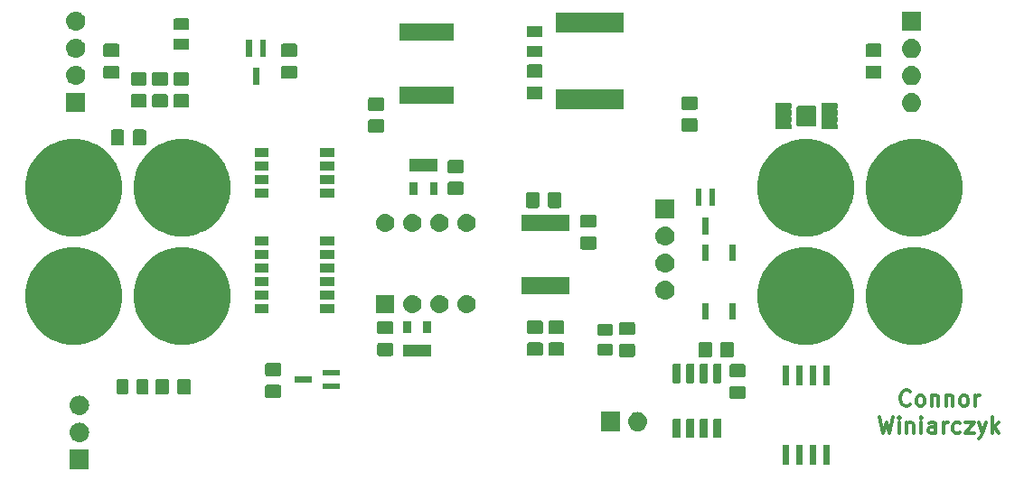
<source format=gbr>
G04 #@! TF.GenerationSoftware,KiCad,Pcbnew,(5.1.4)-1*
G04 #@! TF.CreationDate,2019-10-11T16:00:27-04:00*
G04 #@! TF.ProjectId,CellMan,43656c6c-4d61-46e2-9e6b-696361645f70,0.1*
G04 #@! TF.SameCoordinates,Original*
G04 #@! TF.FileFunction,Soldermask,Top*
G04 #@! TF.FilePolarity,Negative*
%FSLAX46Y46*%
G04 Gerber Fmt 4.6, Leading zero omitted, Abs format (unit mm)*
G04 Created by KiCad (PCBNEW (5.1.4)-1) date 2019-10-11 16:00:27*
%MOMM*%
%LPD*%
G04 APERTURE LIST*
%ADD10C,0.300000*%
%ADD11C,0.100000*%
G04 APERTURE END LIST*
D10*
X180385714Y-120160714D02*
X180314285Y-120232142D01*
X180100000Y-120303571D01*
X179957142Y-120303571D01*
X179742857Y-120232142D01*
X179600000Y-120089285D01*
X179528571Y-119946428D01*
X179457142Y-119660714D01*
X179457142Y-119446428D01*
X179528571Y-119160714D01*
X179600000Y-119017857D01*
X179742857Y-118875000D01*
X179957142Y-118803571D01*
X180100000Y-118803571D01*
X180314285Y-118875000D01*
X180385714Y-118946428D01*
X181242857Y-120303571D02*
X181100000Y-120232142D01*
X181028571Y-120160714D01*
X180957142Y-120017857D01*
X180957142Y-119589285D01*
X181028571Y-119446428D01*
X181100000Y-119375000D01*
X181242857Y-119303571D01*
X181457142Y-119303571D01*
X181600000Y-119375000D01*
X181671428Y-119446428D01*
X181742857Y-119589285D01*
X181742857Y-120017857D01*
X181671428Y-120160714D01*
X181600000Y-120232142D01*
X181457142Y-120303571D01*
X181242857Y-120303571D01*
X182385714Y-119303571D02*
X182385714Y-120303571D01*
X182385714Y-119446428D02*
X182457142Y-119375000D01*
X182600000Y-119303571D01*
X182814285Y-119303571D01*
X182957142Y-119375000D01*
X183028571Y-119517857D01*
X183028571Y-120303571D01*
X183742857Y-119303571D02*
X183742857Y-120303571D01*
X183742857Y-119446428D02*
X183814285Y-119375000D01*
X183957142Y-119303571D01*
X184171428Y-119303571D01*
X184314285Y-119375000D01*
X184385714Y-119517857D01*
X184385714Y-120303571D01*
X185314285Y-120303571D02*
X185171428Y-120232142D01*
X185100000Y-120160714D01*
X185028571Y-120017857D01*
X185028571Y-119589285D01*
X185100000Y-119446428D01*
X185171428Y-119375000D01*
X185314285Y-119303571D01*
X185528571Y-119303571D01*
X185671428Y-119375000D01*
X185742857Y-119446428D01*
X185814285Y-119589285D01*
X185814285Y-120017857D01*
X185742857Y-120160714D01*
X185671428Y-120232142D01*
X185528571Y-120303571D01*
X185314285Y-120303571D01*
X186457142Y-120303571D02*
X186457142Y-119303571D01*
X186457142Y-119589285D02*
X186528571Y-119446428D01*
X186600000Y-119375000D01*
X186742857Y-119303571D01*
X186885714Y-119303571D01*
X177492857Y-121353571D02*
X177850000Y-122853571D01*
X178135714Y-121782142D01*
X178421428Y-122853571D01*
X178778571Y-121353571D01*
X179350000Y-122853571D02*
X179350000Y-121853571D01*
X179350000Y-121353571D02*
X179278571Y-121425000D01*
X179350000Y-121496428D01*
X179421428Y-121425000D01*
X179350000Y-121353571D01*
X179350000Y-121496428D01*
X180064285Y-121853571D02*
X180064285Y-122853571D01*
X180064285Y-121996428D02*
X180135714Y-121925000D01*
X180278571Y-121853571D01*
X180492857Y-121853571D01*
X180635714Y-121925000D01*
X180707142Y-122067857D01*
X180707142Y-122853571D01*
X181421428Y-122853571D02*
X181421428Y-121853571D01*
X181421428Y-121353571D02*
X181350000Y-121425000D01*
X181421428Y-121496428D01*
X181492857Y-121425000D01*
X181421428Y-121353571D01*
X181421428Y-121496428D01*
X182778571Y-122853571D02*
X182778571Y-122067857D01*
X182707142Y-121925000D01*
X182564285Y-121853571D01*
X182278571Y-121853571D01*
X182135714Y-121925000D01*
X182778571Y-122782142D02*
X182635714Y-122853571D01*
X182278571Y-122853571D01*
X182135714Y-122782142D01*
X182064285Y-122639285D01*
X182064285Y-122496428D01*
X182135714Y-122353571D01*
X182278571Y-122282142D01*
X182635714Y-122282142D01*
X182778571Y-122210714D01*
X183492857Y-122853571D02*
X183492857Y-121853571D01*
X183492857Y-122139285D02*
X183564285Y-121996428D01*
X183635714Y-121925000D01*
X183778571Y-121853571D01*
X183921428Y-121853571D01*
X185064285Y-122782142D02*
X184921428Y-122853571D01*
X184635714Y-122853571D01*
X184492857Y-122782142D01*
X184421428Y-122710714D01*
X184350000Y-122567857D01*
X184350000Y-122139285D01*
X184421428Y-121996428D01*
X184492857Y-121925000D01*
X184635714Y-121853571D01*
X184921428Y-121853571D01*
X185064285Y-121925000D01*
X185564285Y-121853571D02*
X186350000Y-121853571D01*
X185564285Y-122853571D01*
X186350000Y-122853571D01*
X186778571Y-121853571D02*
X187135714Y-122853571D01*
X187492857Y-121853571D02*
X187135714Y-122853571D01*
X186992857Y-123210714D01*
X186921428Y-123282142D01*
X186778571Y-123353571D01*
X188064285Y-122853571D02*
X188064285Y-121353571D01*
X188207142Y-122282142D02*
X188635714Y-122853571D01*
X188635714Y-121853571D02*
X188064285Y-122425000D01*
D11*
G36*
X103451000Y-126201000D02*
G01*
X101649000Y-126201000D01*
X101649000Y-124399000D01*
X103451000Y-124399000D01*
X103451000Y-126201000D01*
X103451000Y-126201000D01*
G37*
G36*
X172866000Y-125776000D02*
G01*
X172214000Y-125776000D01*
X172214000Y-123924000D01*
X172866000Y-123924000D01*
X172866000Y-125776000D01*
X172866000Y-125776000D01*
G37*
G36*
X171596000Y-125776000D02*
G01*
X170944000Y-125776000D01*
X170944000Y-123924000D01*
X171596000Y-123924000D01*
X171596000Y-125776000D01*
X171596000Y-125776000D01*
G37*
G36*
X169056000Y-125776000D02*
G01*
X168404000Y-125776000D01*
X168404000Y-123924000D01*
X169056000Y-123924000D01*
X169056000Y-125776000D01*
X169056000Y-125776000D01*
G37*
G36*
X170326000Y-125776000D02*
G01*
X169674000Y-125776000D01*
X169674000Y-123924000D01*
X170326000Y-123924000D01*
X170326000Y-125776000D01*
X170326000Y-125776000D01*
G37*
G36*
X102660443Y-121865519D02*
G01*
X102726627Y-121872037D01*
X102896466Y-121923557D01*
X103052991Y-122007222D01*
X103088729Y-122036552D01*
X103190186Y-122119814D01*
X103273448Y-122221271D01*
X103302778Y-122257009D01*
X103386443Y-122413534D01*
X103437963Y-122583373D01*
X103455359Y-122760000D01*
X103437963Y-122936627D01*
X103386443Y-123106466D01*
X103302778Y-123262991D01*
X103287627Y-123281452D01*
X103190186Y-123400186D01*
X103088729Y-123483448D01*
X103052991Y-123512778D01*
X102896466Y-123596443D01*
X102726627Y-123647963D01*
X102660443Y-123654481D01*
X102594260Y-123661000D01*
X102505740Y-123661000D01*
X102439557Y-123654481D01*
X102373373Y-123647963D01*
X102203534Y-123596443D01*
X102047009Y-123512778D01*
X102011271Y-123483448D01*
X101909814Y-123400186D01*
X101812373Y-123281452D01*
X101797222Y-123262991D01*
X101713557Y-123106466D01*
X101662037Y-122936627D01*
X101644641Y-122760000D01*
X101662037Y-122583373D01*
X101713557Y-122413534D01*
X101797222Y-122257009D01*
X101826552Y-122221271D01*
X101909814Y-122119814D01*
X102011271Y-122036552D01*
X102047009Y-122007222D01*
X102203534Y-121923557D01*
X102373373Y-121872037D01*
X102439557Y-121865519D01*
X102505740Y-121859000D01*
X102594260Y-121859000D01*
X102660443Y-121865519D01*
X102660443Y-121865519D01*
G37*
G36*
X160024928Y-121451764D02*
G01*
X160046009Y-121458160D01*
X160065445Y-121468548D01*
X160082476Y-121482524D01*
X160096452Y-121499555D01*
X160106840Y-121518991D01*
X160113236Y-121540072D01*
X160116000Y-121568140D01*
X160116000Y-123181860D01*
X160113236Y-123209928D01*
X160106840Y-123231009D01*
X160096452Y-123250445D01*
X160082476Y-123267476D01*
X160065445Y-123281452D01*
X160046009Y-123291840D01*
X160024928Y-123298236D01*
X159996860Y-123301000D01*
X159533140Y-123301000D01*
X159505072Y-123298236D01*
X159483991Y-123291840D01*
X159464555Y-123281452D01*
X159447524Y-123267476D01*
X159433548Y-123250445D01*
X159423160Y-123231009D01*
X159416764Y-123209928D01*
X159414000Y-123181860D01*
X159414000Y-121568140D01*
X159416764Y-121540072D01*
X159423160Y-121518991D01*
X159433548Y-121499555D01*
X159447524Y-121482524D01*
X159464555Y-121468548D01*
X159483991Y-121458160D01*
X159505072Y-121451764D01*
X159533140Y-121449000D01*
X159996860Y-121449000D01*
X160024928Y-121451764D01*
X160024928Y-121451764D01*
G37*
G36*
X162564928Y-121451764D02*
G01*
X162586009Y-121458160D01*
X162605445Y-121468548D01*
X162622476Y-121482524D01*
X162636452Y-121499555D01*
X162646840Y-121518991D01*
X162653236Y-121540072D01*
X162656000Y-121568140D01*
X162656000Y-123181860D01*
X162653236Y-123209928D01*
X162646840Y-123231009D01*
X162636452Y-123250445D01*
X162622476Y-123267476D01*
X162605445Y-123281452D01*
X162586009Y-123291840D01*
X162564928Y-123298236D01*
X162536860Y-123301000D01*
X162073140Y-123301000D01*
X162045072Y-123298236D01*
X162023991Y-123291840D01*
X162004555Y-123281452D01*
X161987524Y-123267476D01*
X161973548Y-123250445D01*
X161963160Y-123231009D01*
X161956764Y-123209928D01*
X161954000Y-123181860D01*
X161954000Y-121568140D01*
X161956764Y-121540072D01*
X161963160Y-121518991D01*
X161973548Y-121499555D01*
X161987524Y-121482524D01*
X162004555Y-121468548D01*
X162023991Y-121458160D01*
X162045072Y-121451764D01*
X162073140Y-121449000D01*
X162536860Y-121449000D01*
X162564928Y-121451764D01*
X162564928Y-121451764D01*
G37*
G36*
X161294928Y-121451764D02*
G01*
X161316009Y-121458160D01*
X161335445Y-121468548D01*
X161352476Y-121482524D01*
X161366452Y-121499555D01*
X161376840Y-121518991D01*
X161383236Y-121540072D01*
X161386000Y-121568140D01*
X161386000Y-123181860D01*
X161383236Y-123209928D01*
X161376840Y-123231009D01*
X161366452Y-123250445D01*
X161352476Y-123267476D01*
X161335445Y-123281452D01*
X161316009Y-123291840D01*
X161294928Y-123298236D01*
X161266860Y-123301000D01*
X160803140Y-123301000D01*
X160775072Y-123298236D01*
X160753991Y-123291840D01*
X160734555Y-123281452D01*
X160717524Y-123267476D01*
X160703548Y-123250445D01*
X160693160Y-123231009D01*
X160686764Y-123209928D01*
X160684000Y-123181860D01*
X160684000Y-121568140D01*
X160686764Y-121540072D01*
X160693160Y-121518991D01*
X160703548Y-121499555D01*
X160717524Y-121482524D01*
X160734555Y-121468548D01*
X160753991Y-121458160D01*
X160775072Y-121451764D01*
X160803140Y-121449000D01*
X161266860Y-121449000D01*
X161294928Y-121451764D01*
X161294928Y-121451764D01*
G37*
G36*
X158754928Y-121451764D02*
G01*
X158776009Y-121458160D01*
X158795445Y-121468548D01*
X158812476Y-121482524D01*
X158826452Y-121499555D01*
X158836840Y-121518991D01*
X158843236Y-121540072D01*
X158846000Y-121568140D01*
X158846000Y-123181860D01*
X158843236Y-123209928D01*
X158836840Y-123231009D01*
X158826452Y-123250445D01*
X158812476Y-123267476D01*
X158795445Y-123281452D01*
X158776009Y-123291840D01*
X158754928Y-123298236D01*
X158726860Y-123301000D01*
X158263140Y-123301000D01*
X158235072Y-123298236D01*
X158213991Y-123291840D01*
X158194555Y-123281452D01*
X158177524Y-123267476D01*
X158163548Y-123250445D01*
X158153160Y-123231009D01*
X158146764Y-123209928D01*
X158144000Y-123181860D01*
X158144000Y-121568140D01*
X158146764Y-121540072D01*
X158153160Y-121518991D01*
X158163548Y-121499555D01*
X158177524Y-121482524D01*
X158194555Y-121468548D01*
X158213991Y-121458160D01*
X158235072Y-121451764D01*
X158263140Y-121449000D01*
X158726860Y-121449000D01*
X158754928Y-121451764D01*
X158754928Y-121451764D01*
G37*
G36*
X154950442Y-120855518D02*
G01*
X155016627Y-120862037D01*
X155186466Y-120913557D01*
X155342991Y-120997222D01*
X155378729Y-121026552D01*
X155480186Y-121109814D01*
X155563448Y-121211271D01*
X155592778Y-121247009D01*
X155676443Y-121403534D01*
X155727963Y-121573373D01*
X155745359Y-121750000D01*
X155727963Y-121926627D01*
X155676443Y-122096466D01*
X155592778Y-122252991D01*
X155563448Y-122288729D01*
X155480186Y-122390186D01*
X155378729Y-122473448D01*
X155342991Y-122502778D01*
X155186466Y-122586443D01*
X155016627Y-122637963D01*
X154950443Y-122644481D01*
X154884260Y-122651000D01*
X154795740Y-122651000D01*
X154729557Y-122644481D01*
X154663373Y-122637963D01*
X154493534Y-122586443D01*
X154337009Y-122502778D01*
X154301271Y-122473448D01*
X154199814Y-122390186D01*
X154116552Y-122288729D01*
X154087222Y-122252991D01*
X154003557Y-122096466D01*
X153952037Y-121926627D01*
X153934641Y-121750000D01*
X153952037Y-121573373D01*
X154003557Y-121403534D01*
X154087222Y-121247009D01*
X154116552Y-121211271D01*
X154199814Y-121109814D01*
X154301271Y-121026552D01*
X154337009Y-120997222D01*
X154493534Y-120913557D01*
X154663373Y-120862037D01*
X154729558Y-120855518D01*
X154795740Y-120849000D01*
X154884260Y-120849000D01*
X154950442Y-120855518D01*
X154950442Y-120855518D01*
G37*
G36*
X153201000Y-122651000D02*
G01*
X151399000Y-122651000D01*
X151399000Y-120849000D01*
X153201000Y-120849000D01*
X153201000Y-122651000D01*
X153201000Y-122651000D01*
G37*
G36*
X102660442Y-119325518D02*
G01*
X102726627Y-119332037D01*
X102896466Y-119383557D01*
X103052991Y-119467222D01*
X103079130Y-119488674D01*
X103190186Y-119579814D01*
X103273448Y-119681271D01*
X103302778Y-119717009D01*
X103386443Y-119873534D01*
X103437963Y-120043373D01*
X103455359Y-120220000D01*
X103437963Y-120396627D01*
X103386443Y-120566466D01*
X103302778Y-120722991D01*
X103273448Y-120758729D01*
X103190186Y-120860186D01*
X103088729Y-120943448D01*
X103052991Y-120972778D01*
X102896466Y-121056443D01*
X102726627Y-121107963D01*
X102660442Y-121114482D01*
X102594260Y-121121000D01*
X102505740Y-121121000D01*
X102439558Y-121114482D01*
X102373373Y-121107963D01*
X102203534Y-121056443D01*
X102047009Y-120972778D01*
X102011271Y-120943448D01*
X101909814Y-120860186D01*
X101826552Y-120758729D01*
X101797222Y-120722991D01*
X101713557Y-120566466D01*
X101662037Y-120396627D01*
X101644641Y-120220000D01*
X101662037Y-120043373D01*
X101713557Y-119873534D01*
X101797222Y-119717009D01*
X101826552Y-119681271D01*
X101909814Y-119579814D01*
X102020870Y-119488674D01*
X102047009Y-119467222D01*
X102203534Y-119383557D01*
X102373373Y-119332037D01*
X102439558Y-119325518D01*
X102505740Y-119319000D01*
X102594260Y-119319000D01*
X102660442Y-119325518D01*
X102660442Y-119325518D01*
G37*
G36*
X164788674Y-118403465D02*
G01*
X164826367Y-118414899D01*
X164861103Y-118433466D01*
X164891548Y-118458452D01*
X164916534Y-118488897D01*
X164935101Y-118523633D01*
X164946535Y-118561326D01*
X164951000Y-118606661D01*
X164951000Y-119443339D01*
X164946535Y-119488674D01*
X164935101Y-119526367D01*
X164916534Y-119561103D01*
X164891548Y-119591548D01*
X164861103Y-119616534D01*
X164826367Y-119635101D01*
X164788674Y-119646535D01*
X164743339Y-119651000D01*
X163656661Y-119651000D01*
X163611326Y-119646535D01*
X163573633Y-119635101D01*
X163538897Y-119616534D01*
X163508452Y-119591548D01*
X163483466Y-119561103D01*
X163464899Y-119526367D01*
X163453465Y-119488674D01*
X163449000Y-119443339D01*
X163449000Y-118606661D01*
X163453465Y-118561326D01*
X163464899Y-118523633D01*
X163483466Y-118488897D01*
X163508452Y-118458452D01*
X163538897Y-118433466D01*
X163573633Y-118414899D01*
X163611326Y-118403465D01*
X163656661Y-118399000D01*
X164743339Y-118399000D01*
X164788674Y-118403465D01*
X164788674Y-118403465D01*
G37*
G36*
X121288674Y-118303465D02*
G01*
X121326367Y-118314899D01*
X121361103Y-118333466D01*
X121391548Y-118358452D01*
X121416534Y-118388897D01*
X121435101Y-118423633D01*
X121446535Y-118461326D01*
X121451000Y-118506661D01*
X121451000Y-119343339D01*
X121446535Y-119388674D01*
X121435101Y-119426367D01*
X121416534Y-119461103D01*
X121391548Y-119491548D01*
X121361103Y-119516534D01*
X121326367Y-119535101D01*
X121288674Y-119546535D01*
X121243339Y-119551000D01*
X120156661Y-119551000D01*
X120111326Y-119546535D01*
X120073633Y-119535101D01*
X120038897Y-119516534D01*
X120008452Y-119491548D01*
X119983466Y-119461103D01*
X119964899Y-119426367D01*
X119953465Y-119388674D01*
X119949000Y-119343339D01*
X119949000Y-118506661D01*
X119953465Y-118461326D01*
X119964899Y-118423633D01*
X119983466Y-118388897D01*
X120008452Y-118358452D01*
X120038897Y-118333466D01*
X120073633Y-118314899D01*
X120111326Y-118303465D01*
X120156661Y-118299000D01*
X121243339Y-118299000D01*
X121288674Y-118303465D01*
X121288674Y-118303465D01*
G37*
G36*
X108829468Y-117741565D02*
G01*
X108868138Y-117753296D01*
X108903777Y-117772346D01*
X108935017Y-117797983D01*
X108960654Y-117829223D01*
X108979704Y-117864862D01*
X108991435Y-117903532D01*
X108996000Y-117949888D01*
X108996000Y-119026112D01*
X108991435Y-119072468D01*
X108979704Y-119111138D01*
X108960654Y-119146777D01*
X108935017Y-119178017D01*
X108903777Y-119203654D01*
X108868138Y-119222704D01*
X108829468Y-119234435D01*
X108783112Y-119239000D01*
X108131888Y-119239000D01*
X108085532Y-119234435D01*
X108046862Y-119222704D01*
X108011223Y-119203654D01*
X107979983Y-119178017D01*
X107954346Y-119146777D01*
X107935296Y-119111138D01*
X107923565Y-119072468D01*
X107919000Y-119026112D01*
X107919000Y-117949888D01*
X107923565Y-117903532D01*
X107935296Y-117864862D01*
X107954346Y-117829223D01*
X107979983Y-117797983D01*
X108011223Y-117772346D01*
X108046862Y-117753296D01*
X108085532Y-117741565D01*
X108131888Y-117737000D01*
X108783112Y-117737000D01*
X108829468Y-117741565D01*
X108829468Y-117741565D01*
G37*
G36*
X106954468Y-117741565D02*
G01*
X106993138Y-117753296D01*
X107028777Y-117772346D01*
X107060017Y-117797983D01*
X107085654Y-117829223D01*
X107104704Y-117864862D01*
X107116435Y-117903532D01*
X107121000Y-117949888D01*
X107121000Y-119026112D01*
X107116435Y-119072468D01*
X107104704Y-119111138D01*
X107085654Y-119146777D01*
X107060017Y-119178017D01*
X107028777Y-119203654D01*
X106993138Y-119222704D01*
X106954468Y-119234435D01*
X106908112Y-119239000D01*
X106256888Y-119239000D01*
X106210532Y-119234435D01*
X106171862Y-119222704D01*
X106136223Y-119203654D01*
X106104983Y-119178017D01*
X106079346Y-119146777D01*
X106060296Y-119111138D01*
X106048565Y-119072468D01*
X106044000Y-119026112D01*
X106044000Y-117949888D01*
X106048565Y-117903532D01*
X106060296Y-117864862D01*
X106079346Y-117829223D01*
X106104983Y-117797983D01*
X106136223Y-117772346D01*
X106171862Y-117753296D01*
X106210532Y-117741565D01*
X106256888Y-117737000D01*
X106908112Y-117737000D01*
X106954468Y-117741565D01*
X106954468Y-117741565D01*
G37*
G36*
X112808674Y-117741465D02*
G01*
X112846367Y-117752899D01*
X112881103Y-117771466D01*
X112911548Y-117796452D01*
X112936534Y-117826897D01*
X112955101Y-117861633D01*
X112966535Y-117899326D01*
X112971000Y-117944661D01*
X112971000Y-119031339D01*
X112966535Y-119076674D01*
X112955101Y-119114367D01*
X112936534Y-119149103D01*
X112911548Y-119179548D01*
X112881103Y-119204534D01*
X112846367Y-119223101D01*
X112808674Y-119234535D01*
X112763339Y-119239000D01*
X111926661Y-119239000D01*
X111881326Y-119234535D01*
X111843633Y-119223101D01*
X111808897Y-119204534D01*
X111778452Y-119179548D01*
X111753466Y-119149103D01*
X111734899Y-119114367D01*
X111723465Y-119076674D01*
X111719000Y-119031339D01*
X111719000Y-117944661D01*
X111723465Y-117899326D01*
X111734899Y-117861633D01*
X111753466Y-117826897D01*
X111778452Y-117796452D01*
X111808897Y-117771466D01*
X111843633Y-117752899D01*
X111881326Y-117741465D01*
X111926661Y-117737000D01*
X112763339Y-117737000D01*
X112808674Y-117741465D01*
X112808674Y-117741465D01*
G37*
G36*
X110758674Y-117741465D02*
G01*
X110796367Y-117752899D01*
X110831103Y-117771466D01*
X110861548Y-117796452D01*
X110886534Y-117826897D01*
X110905101Y-117861633D01*
X110916535Y-117899326D01*
X110921000Y-117944661D01*
X110921000Y-119031339D01*
X110916535Y-119076674D01*
X110905101Y-119114367D01*
X110886534Y-119149103D01*
X110861548Y-119179548D01*
X110831103Y-119204534D01*
X110796367Y-119223101D01*
X110758674Y-119234535D01*
X110713339Y-119239000D01*
X109876661Y-119239000D01*
X109831326Y-119234535D01*
X109793633Y-119223101D01*
X109758897Y-119204534D01*
X109728452Y-119179548D01*
X109703466Y-119149103D01*
X109684899Y-119114367D01*
X109673465Y-119076674D01*
X109669000Y-119031339D01*
X109669000Y-117944661D01*
X109673465Y-117899326D01*
X109684899Y-117861633D01*
X109703466Y-117826897D01*
X109728452Y-117796452D01*
X109758897Y-117771466D01*
X109793633Y-117752899D01*
X109831326Y-117741465D01*
X109876661Y-117737000D01*
X110713339Y-117737000D01*
X110758674Y-117741465D01*
X110758674Y-117741465D01*
G37*
G36*
X126981000Y-118726000D02*
G01*
X125379000Y-118726000D01*
X125379000Y-118174000D01*
X126981000Y-118174000D01*
X126981000Y-118726000D01*
X126981000Y-118726000D01*
G37*
G36*
X170326000Y-118376000D02*
G01*
X169674000Y-118376000D01*
X169674000Y-116524000D01*
X170326000Y-116524000D01*
X170326000Y-118376000D01*
X170326000Y-118376000D01*
G37*
G36*
X172866000Y-118376000D02*
G01*
X172214000Y-118376000D01*
X172214000Y-116524000D01*
X172866000Y-116524000D01*
X172866000Y-118376000D01*
X172866000Y-118376000D01*
G37*
G36*
X171596000Y-118376000D02*
G01*
X170944000Y-118376000D01*
X170944000Y-116524000D01*
X171596000Y-116524000D01*
X171596000Y-118376000D01*
X171596000Y-118376000D01*
G37*
G36*
X169056000Y-118376000D02*
G01*
X168404000Y-118376000D01*
X168404000Y-116524000D01*
X169056000Y-116524000D01*
X169056000Y-118376000D01*
X169056000Y-118376000D01*
G37*
G36*
X158754928Y-116301764D02*
G01*
X158776009Y-116308160D01*
X158795445Y-116318548D01*
X158812476Y-116332524D01*
X158826452Y-116349555D01*
X158836840Y-116368991D01*
X158843236Y-116390072D01*
X158846000Y-116418140D01*
X158846000Y-118031860D01*
X158843236Y-118059928D01*
X158836840Y-118081009D01*
X158826452Y-118100445D01*
X158812476Y-118117476D01*
X158795445Y-118131452D01*
X158776009Y-118141840D01*
X158754928Y-118148236D01*
X158726860Y-118151000D01*
X158263140Y-118151000D01*
X158235072Y-118148236D01*
X158213991Y-118141840D01*
X158194555Y-118131452D01*
X158177524Y-118117476D01*
X158163548Y-118100445D01*
X158153160Y-118081009D01*
X158146764Y-118059928D01*
X158144000Y-118031860D01*
X158144000Y-116418140D01*
X158146764Y-116390072D01*
X158153160Y-116368991D01*
X158163548Y-116349555D01*
X158177524Y-116332524D01*
X158194555Y-116318548D01*
X158213991Y-116308160D01*
X158235072Y-116301764D01*
X158263140Y-116299000D01*
X158726860Y-116299000D01*
X158754928Y-116301764D01*
X158754928Y-116301764D01*
G37*
G36*
X162564928Y-116301764D02*
G01*
X162586009Y-116308160D01*
X162605445Y-116318548D01*
X162622476Y-116332524D01*
X162636452Y-116349555D01*
X162646840Y-116368991D01*
X162653236Y-116390072D01*
X162656000Y-116418140D01*
X162656000Y-118031860D01*
X162653236Y-118059928D01*
X162646840Y-118081009D01*
X162636452Y-118100445D01*
X162622476Y-118117476D01*
X162605445Y-118131452D01*
X162586009Y-118141840D01*
X162564928Y-118148236D01*
X162536860Y-118151000D01*
X162073140Y-118151000D01*
X162045072Y-118148236D01*
X162023991Y-118141840D01*
X162004555Y-118131452D01*
X161987524Y-118117476D01*
X161973548Y-118100445D01*
X161963160Y-118081009D01*
X161956764Y-118059928D01*
X161954000Y-118031860D01*
X161954000Y-116418140D01*
X161956764Y-116390072D01*
X161963160Y-116368991D01*
X161973548Y-116349555D01*
X161987524Y-116332524D01*
X162004555Y-116318548D01*
X162023991Y-116308160D01*
X162045072Y-116301764D01*
X162073140Y-116299000D01*
X162536860Y-116299000D01*
X162564928Y-116301764D01*
X162564928Y-116301764D01*
G37*
G36*
X161294928Y-116301764D02*
G01*
X161316009Y-116308160D01*
X161335445Y-116318548D01*
X161352476Y-116332524D01*
X161366452Y-116349555D01*
X161376840Y-116368991D01*
X161383236Y-116390072D01*
X161386000Y-116418140D01*
X161386000Y-118031860D01*
X161383236Y-118059928D01*
X161376840Y-118081009D01*
X161366452Y-118100445D01*
X161352476Y-118117476D01*
X161335445Y-118131452D01*
X161316009Y-118141840D01*
X161294928Y-118148236D01*
X161266860Y-118151000D01*
X160803140Y-118151000D01*
X160775072Y-118148236D01*
X160753991Y-118141840D01*
X160734555Y-118131452D01*
X160717524Y-118117476D01*
X160703548Y-118100445D01*
X160693160Y-118081009D01*
X160686764Y-118059928D01*
X160684000Y-118031860D01*
X160684000Y-116418140D01*
X160686764Y-116390072D01*
X160693160Y-116368991D01*
X160703548Y-116349555D01*
X160717524Y-116332524D01*
X160734555Y-116318548D01*
X160753991Y-116308160D01*
X160775072Y-116301764D01*
X160803140Y-116299000D01*
X161266860Y-116299000D01*
X161294928Y-116301764D01*
X161294928Y-116301764D01*
G37*
G36*
X160024928Y-116301764D02*
G01*
X160046009Y-116308160D01*
X160065445Y-116318548D01*
X160082476Y-116332524D01*
X160096452Y-116349555D01*
X160106840Y-116368991D01*
X160113236Y-116390072D01*
X160116000Y-116418140D01*
X160116000Y-118031860D01*
X160113236Y-118059928D01*
X160106840Y-118081009D01*
X160096452Y-118100445D01*
X160082476Y-118117476D01*
X160065445Y-118131452D01*
X160046009Y-118141840D01*
X160024928Y-118148236D01*
X159996860Y-118151000D01*
X159533140Y-118151000D01*
X159505072Y-118148236D01*
X159483991Y-118141840D01*
X159464555Y-118131452D01*
X159447524Y-118117476D01*
X159433548Y-118100445D01*
X159423160Y-118081009D01*
X159416764Y-118059928D01*
X159414000Y-118031860D01*
X159414000Y-116418140D01*
X159416764Y-116390072D01*
X159423160Y-116368991D01*
X159433548Y-116349555D01*
X159447524Y-116332524D01*
X159464555Y-116318548D01*
X159483991Y-116308160D01*
X159505072Y-116301764D01*
X159533140Y-116299000D01*
X159996860Y-116299000D01*
X160024928Y-116301764D01*
X160024928Y-116301764D01*
G37*
G36*
X124321000Y-118076000D02*
G01*
X122719000Y-118076000D01*
X122719000Y-117524000D01*
X124321000Y-117524000D01*
X124321000Y-118076000D01*
X124321000Y-118076000D01*
G37*
G36*
X164788674Y-116353465D02*
G01*
X164826367Y-116364899D01*
X164861103Y-116383466D01*
X164891548Y-116408452D01*
X164916534Y-116438897D01*
X164935101Y-116473633D01*
X164946535Y-116511326D01*
X164951000Y-116556661D01*
X164951000Y-117393339D01*
X164946535Y-117438674D01*
X164935101Y-117476367D01*
X164916534Y-117511103D01*
X164891548Y-117541548D01*
X164861103Y-117566534D01*
X164826367Y-117585101D01*
X164788674Y-117596535D01*
X164743339Y-117601000D01*
X163656661Y-117601000D01*
X163611326Y-117596535D01*
X163573633Y-117585101D01*
X163538897Y-117566534D01*
X163508452Y-117541548D01*
X163483466Y-117511103D01*
X163464899Y-117476367D01*
X163453465Y-117438674D01*
X163449000Y-117393339D01*
X163449000Y-116556661D01*
X163453465Y-116511326D01*
X163464899Y-116473633D01*
X163483466Y-116438897D01*
X163508452Y-116408452D01*
X163538897Y-116383466D01*
X163573633Y-116364899D01*
X163611326Y-116353465D01*
X163656661Y-116349000D01*
X164743339Y-116349000D01*
X164788674Y-116353465D01*
X164788674Y-116353465D01*
G37*
G36*
X121288674Y-116253465D02*
G01*
X121326367Y-116264899D01*
X121361103Y-116283466D01*
X121391548Y-116308452D01*
X121416534Y-116338897D01*
X121435101Y-116373633D01*
X121446535Y-116411326D01*
X121451000Y-116456661D01*
X121451000Y-117293339D01*
X121446535Y-117338674D01*
X121435101Y-117376367D01*
X121416534Y-117411103D01*
X121391548Y-117441548D01*
X121361103Y-117466534D01*
X121326367Y-117485101D01*
X121288674Y-117496535D01*
X121243339Y-117501000D01*
X120156661Y-117501000D01*
X120111326Y-117496535D01*
X120073633Y-117485101D01*
X120038897Y-117466534D01*
X120008452Y-117441548D01*
X119983466Y-117411103D01*
X119964899Y-117376367D01*
X119953465Y-117338674D01*
X119949000Y-117293339D01*
X119949000Y-116456661D01*
X119953465Y-116411326D01*
X119964899Y-116373633D01*
X119983466Y-116338897D01*
X120008452Y-116308452D01*
X120038897Y-116283466D01*
X120073633Y-116264899D01*
X120111326Y-116253465D01*
X120156661Y-116249000D01*
X121243339Y-116249000D01*
X121288674Y-116253465D01*
X121288674Y-116253465D01*
G37*
G36*
X126981000Y-117426000D02*
G01*
X125379000Y-117426000D01*
X125379000Y-116874000D01*
X126981000Y-116874000D01*
X126981000Y-117426000D01*
X126981000Y-117426000D01*
G37*
G36*
X163688674Y-114253465D02*
G01*
X163726367Y-114264899D01*
X163761103Y-114283466D01*
X163791548Y-114308452D01*
X163816534Y-114338897D01*
X163835101Y-114373633D01*
X163846535Y-114411326D01*
X163851000Y-114456661D01*
X163851000Y-115543339D01*
X163846535Y-115588674D01*
X163835101Y-115626367D01*
X163816534Y-115661103D01*
X163791548Y-115691548D01*
X163761103Y-115716534D01*
X163726367Y-115735101D01*
X163688674Y-115746535D01*
X163643339Y-115751000D01*
X162806661Y-115751000D01*
X162761326Y-115746535D01*
X162723633Y-115735101D01*
X162688897Y-115716534D01*
X162658452Y-115691548D01*
X162633466Y-115661103D01*
X162614899Y-115626367D01*
X162603465Y-115588674D01*
X162599000Y-115543339D01*
X162599000Y-114456661D01*
X162603465Y-114411326D01*
X162614899Y-114373633D01*
X162633466Y-114338897D01*
X162658452Y-114308452D01*
X162688897Y-114283466D01*
X162723633Y-114264899D01*
X162761326Y-114253465D01*
X162806661Y-114249000D01*
X163643339Y-114249000D01*
X163688674Y-114253465D01*
X163688674Y-114253465D01*
G37*
G36*
X161638674Y-114253465D02*
G01*
X161676367Y-114264899D01*
X161711103Y-114283466D01*
X161741548Y-114308452D01*
X161766534Y-114338897D01*
X161785101Y-114373633D01*
X161796535Y-114411326D01*
X161801000Y-114456661D01*
X161801000Y-115543339D01*
X161796535Y-115588674D01*
X161785101Y-115626367D01*
X161766534Y-115661103D01*
X161741548Y-115691548D01*
X161711103Y-115716534D01*
X161676367Y-115735101D01*
X161638674Y-115746535D01*
X161593339Y-115751000D01*
X160756661Y-115751000D01*
X160711326Y-115746535D01*
X160673633Y-115735101D01*
X160638897Y-115716534D01*
X160608452Y-115691548D01*
X160583466Y-115661103D01*
X160564899Y-115626367D01*
X160553465Y-115588674D01*
X160549000Y-115543339D01*
X160549000Y-114456661D01*
X160553465Y-114411326D01*
X160564899Y-114373633D01*
X160583466Y-114338897D01*
X160608452Y-114308452D01*
X160638897Y-114283466D01*
X160673633Y-114264899D01*
X160711326Y-114253465D01*
X160756661Y-114249000D01*
X161593339Y-114249000D01*
X161638674Y-114253465D01*
X161638674Y-114253465D01*
G37*
G36*
X154438674Y-114453465D02*
G01*
X154476367Y-114464899D01*
X154511103Y-114483466D01*
X154541548Y-114508452D01*
X154566534Y-114538897D01*
X154585101Y-114573633D01*
X154596535Y-114611326D01*
X154601000Y-114656661D01*
X154601000Y-115493339D01*
X154596535Y-115538674D01*
X154585101Y-115576367D01*
X154566534Y-115611103D01*
X154541548Y-115641548D01*
X154511103Y-115666534D01*
X154476367Y-115685101D01*
X154438674Y-115696535D01*
X154393339Y-115701000D01*
X153306661Y-115701000D01*
X153261326Y-115696535D01*
X153223633Y-115685101D01*
X153188897Y-115666534D01*
X153158452Y-115641548D01*
X153133466Y-115611103D01*
X153114899Y-115576367D01*
X153103465Y-115538674D01*
X153099000Y-115493339D01*
X153099000Y-114656661D01*
X153103465Y-114611326D01*
X153114899Y-114573633D01*
X153133466Y-114538897D01*
X153158452Y-114508452D01*
X153188897Y-114483466D01*
X153223633Y-114464899D01*
X153261326Y-114453465D01*
X153306661Y-114449000D01*
X154393339Y-114449000D01*
X154438674Y-114453465D01*
X154438674Y-114453465D01*
G37*
G36*
X135526000Y-115681000D02*
G01*
X132874000Y-115681000D01*
X132874000Y-114519000D01*
X135526000Y-114519000D01*
X135526000Y-115681000D01*
X135526000Y-115681000D01*
G37*
G36*
X131788674Y-114353465D02*
G01*
X131826367Y-114364899D01*
X131861103Y-114383466D01*
X131891548Y-114408452D01*
X131916534Y-114438897D01*
X131935101Y-114473633D01*
X131946535Y-114511326D01*
X131951000Y-114556661D01*
X131951000Y-115393339D01*
X131946535Y-115438674D01*
X131935101Y-115476367D01*
X131916534Y-115511103D01*
X131891548Y-115541548D01*
X131861103Y-115566534D01*
X131826367Y-115585101D01*
X131788674Y-115596535D01*
X131743339Y-115601000D01*
X130656661Y-115601000D01*
X130611326Y-115596535D01*
X130573633Y-115585101D01*
X130538897Y-115566534D01*
X130508452Y-115541548D01*
X130483466Y-115511103D01*
X130464899Y-115476367D01*
X130453465Y-115438674D01*
X130449000Y-115393339D01*
X130449000Y-114556661D01*
X130453465Y-114511326D01*
X130464899Y-114473633D01*
X130483466Y-114438897D01*
X130508452Y-114408452D01*
X130538897Y-114383466D01*
X130573633Y-114364899D01*
X130611326Y-114353465D01*
X130656661Y-114349000D01*
X131743339Y-114349000D01*
X131788674Y-114353465D01*
X131788674Y-114353465D01*
G37*
G36*
X147815074Y-114333965D02*
G01*
X147852767Y-114345399D01*
X147887503Y-114363966D01*
X147917948Y-114388952D01*
X147942934Y-114419397D01*
X147961501Y-114454133D01*
X147972935Y-114491826D01*
X147977400Y-114537161D01*
X147977400Y-115373839D01*
X147972935Y-115419174D01*
X147961501Y-115456867D01*
X147942934Y-115491603D01*
X147917948Y-115522048D01*
X147887503Y-115547034D01*
X147852767Y-115565601D01*
X147815074Y-115577035D01*
X147769739Y-115581500D01*
X146683061Y-115581500D01*
X146637726Y-115577035D01*
X146600033Y-115565601D01*
X146565297Y-115547034D01*
X146534852Y-115522048D01*
X146509866Y-115491603D01*
X146491299Y-115456867D01*
X146479865Y-115419174D01*
X146475400Y-115373839D01*
X146475400Y-114537161D01*
X146479865Y-114491826D01*
X146491299Y-114454133D01*
X146509866Y-114419397D01*
X146534852Y-114388952D01*
X146565297Y-114363966D01*
X146600033Y-114345399D01*
X146637726Y-114333965D01*
X146683061Y-114329500D01*
X147769739Y-114329500D01*
X147815074Y-114333965D01*
X147815074Y-114333965D01*
G37*
G36*
X145815074Y-114333965D02*
G01*
X145852767Y-114345399D01*
X145887503Y-114363966D01*
X145917948Y-114388952D01*
X145942934Y-114419397D01*
X145961501Y-114454133D01*
X145972935Y-114491826D01*
X145977400Y-114537161D01*
X145977400Y-115373839D01*
X145972935Y-115419174D01*
X145961501Y-115456867D01*
X145942934Y-115491603D01*
X145917948Y-115522048D01*
X145887503Y-115547034D01*
X145852767Y-115565601D01*
X145815074Y-115577035D01*
X145769739Y-115581500D01*
X144683061Y-115581500D01*
X144637726Y-115577035D01*
X144600033Y-115565601D01*
X144565297Y-115547034D01*
X144534852Y-115522048D01*
X144509866Y-115491603D01*
X144491299Y-115456867D01*
X144479865Y-115419174D01*
X144475400Y-115373839D01*
X144475400Y-114537161D01*
X144479865Y-114491826D01*
X144491299Y-114454133D01*
X144509866Y-114419397D01*
X144534852Y-114388952D01*
X144565297Y-114363966D01*
X144600033Y-114345399D01*
X144637726Y-114333965D01*
X144683061Y-114329500D01*
X145769739Y-114329500D01*
X145815074Y-114333965D01*
X145815074Y-114333965D01*
G37*
G36*
X152384468Y-114473565D02*
G01*
X152423138Y-114485296D01*
X152458777Y-114504346D01*
X152490017Y-114529983D01*
X152515654Y-114561223D01*
X152534704Y-114596862D01*
X152546435Y-114635532D01*
X152551000Y-114681888D01*
X152551000Y-115333112D01*
X152546435Y-115379468D01*
X152534704Y-115418138D01*
X152515654Y-115453777D01*
X152490017Y-115485017D01*
X152458777Y-115510654D01*
X152423138Y-115529704D01*
X152384468Y-115541435D01*
X152338112Y-115546000D01*
X151261888Y-115546000D01*
X151215532Y-115541435D01*
X151176862Y-115529704D01*
X151141223Y-115510654D01*
X151109983Y-115485017D01*
X151084346Y-115453777D01*
X151065296Y-115418138D01*
X151053565Y-115379468D01*
X151049000Y-115333112D01*
X151049000Y-114681888D01*
X151053565Y-114635532D01*
X151065296Y-114596862D01*
X151084346Y-114561223D01*
X151109983Y-114529983D01*
X151141223Y-114504346D01*
X151176862Y-114485296D01*
X151215532Y-114473565D01*
X151261888Y-114469000D01*
X152338112Y-114469000D01*
X152384468Y-114473565D01*
X152384468Y-114473565D01*
G37*
G36*
X171907477Y-105583892D02*
G01*
X172100874Y-105664000D01*
X172735707Y-105926956D01*
X173481093Y-106425008D01*
X174114992Y-107058907D01*
X174613044Y-107804293D01*
X174778608Y-108204000D01*
X174956108Y-108632523D01*
X175131000Y-109511764D01*
X175131000Y-110408236D01*
X174956108Y-111287477D01*
X174836473Y-111576300D01*
X174613044Y-112115707D01*
X174114992Y-112861093D01*
X173481093Y-113494992D01*
X172735707Y-113993044D01*
X172250541Y-114194006D01*
X171907477Y-114336108D01*
X171028236Y-114511000D01*
X170131764Y-114511000D01*
X169252523Y-114336108D01*
X168909459Y-114194006D01*
X168424293Y-113993044D01*
X167678907Y-113494992D01*
X167045008Y-112861093D01*
X166546956Y-112115707D01*
X166323527Y-111576300D01*
X166203892Y-111287477D01*
X166029000Y-110408236D01*
X166029000Y-109511764D01*
X166203892Y-108632523D01*
X166381392Y-108204000D01*
X166546956Y-107804293D01*
X167045008Y-107058907D01*
X167678907Y-106425008D01*
X168424293Y-105926956D01*
X169059126Y-105664000D01*
X169252523Y-105583892D01*
X170131764Y-105409000D01*
X171028236Y-105409000D01*
X171907477Y-105583892D01*
X171907477Y-105583892D01*
G37*
G36*
X103327477Y-105583892D02*
G01*
X103520874Y-105664000D01*
X104155707Y-105926956D01*
X104901093Y-106425008D01*
X105534992Y-107058907D01*
X106033044Y-107804293D01*
X106198608Y-108204000D01*
X106376108Y-108632523D01*
X106551000Y-109511764D01*
X106551000Y-110408236D01*
X106376108Y-111287477D01*
X106256473Y-111576300D01*
X106033044Y-112115707D01*
X105534992Y-112861093D01*
X104901093Y-113494992D01*
X104155707Y-113993044D01*
X103670541Y-114194006D01*
X103327477Y-114336108D01*
X102448236Y-114511000D01*
X101551764Y-114511000D01*
X100672523Y-114336108D01*
X100329459Y-114194006D01*
X99844293Y-113993044D01*
X99098907Y-113494992D01*
X98465008Y-112861093D01*
X97966956Y-112115707D01*
X97743527Y-111576300D01*
X97623892Y-111287477D01*
X97449000Y-110408236D01*
X97449000Y-109511764D01*
X97623892Y-108632523D01*
X97801392Y-108204000D01*
X97966956Y-107804293D01*
X98465008Y-107058907D01*
X99098907Y-106425008D01*
X99844293Y-105926956D01*
X100479126Y-105664000D01*
X100672523Y-105583892D01*
X101551764Y-105409000D01*
X102448236Y-105409000D01*
X103327477Y-105583892D01*
X103327477Y-105583892D01*
G37*
G36*
X182067477Y-105583892D02*
G01*
X182260874Y-105664000D01*
X182895707Y-105926956D01*
X183641093Y-106425008D01*
X184274992Y-107058907D01*
X184773044Y-107804293D01*
X184938608Y-108204000D01*
X185116108Y-108632523D01*
X185291000Y-109511764D01*
X185291000Y-110408236D01*
X185116108Y-111287477D01*
X184996473Y-111576300D01*
X184773044Y-112115707D01*
X184274992Y-112861093D01*
X183641093Y-113494992D01*
X182895707Y-113993044D01*
X182410541Y-114194006D01*
X182067477Y-114336108D01*
X181188236Y-114511000D01*
X180291764Y-114511000D01*
X179412523Y-114336108D01*
X179069459Y-114194006D01*
X178584293Y-113993044D01*
X177838907Y-113494992D01*
X177205008Y-112861093D01*
X176706956Y-112115707D01*
X176483527Y-111576300D01*
X176363892Y-111287477D01*
X176189000Y-110408236D01*
X176189000Y-109511764D01*
X176363892Y-108632523D01*
X176541392Y-108204000D01*
X176706956Y-107804293D01*
X177205008Y-107058907D01*
X177838907Y-106425008D01*
X178584293Y-105926956D01*
X179219126Y-105664000D01*
X179412523Y-105583892D01*
X180291764Y-105409000D01*
X181188236Y-105409000D01*
X182067477Y-105583892D01*
X182067477Y-105583892D01*
G37*
G36*
X113487477Y-105583892D02*
G01*
X113680874Y-105664000D01*
X114315707Y-105926956D01*
X115061093Y-106425008D01*
X115694992Y-107058907D01*
X116193044Y-107804293D01*
X116358608Y-108204000D01*
X116536108Y-108632523D01*
X116711000Y-109511764D01*
X116711000Y-110408236D01*
X116536108Y-111287477D01*
X116416473Y-111576300D01*
X116193044Y-112115707D01*
X115694992Y-112861093D01*
X115061093Y-113494992D01*
X114315707Y-113993044D01*
X113830541Y-114194006D01*
X113487477Y-114336108D01*
X112608236Y-114511000D01*
X111711764Y-114511000D01*
X110832523Y-114336108D01*
X110489459Y-114194006D01*
X110004293Y-113993044D01*
X109258907Y-113494992D01*
X108625008Y-112861093D01*
X108126956Y-112115707D01*
X107903527Y-111576300D01*
X107783892Y-111287477D01*
X107609000Y-110408236D01*
X107609000Y-109511764D01*
X107783892Y-108632523D01*
X107961392Y-108204000D01*
X108126956Y-107804293D01*
X108625008Y-107058907D01*
X109258907Y-106425008D01*
X110004293Y-105926956D01*
X110639126Y-105664000D01*
X110832523Y-105583892D01*
X111711764Y-105409000D01*
X112608236Y-105409000D01*
X113487477Y-105583892D01*
X113487477Y-105583892D01*
G37*
G36*
X152384468Y-112598565D02*
G01*
X152423138Y-112610296D01*
X152458777Y-112629346D01*
X152490017Y-112654983D01*
X152515654Y-112686223D01*
X152534704Y-112721862D01*
X152546435Y-112760532D01*
X152551000Y-112806888D01*
X152551000Y-113458112D01*
X152546435Y-113504468D01*
X152534704Y-113543138D01*
X152515654Y-113578777D01*
X152490017Y-113610017D01*
X152458777Y-113635654D01*
X152423138Y-113654704D01*
X152384468Y-113666435D01*
X152338112Y-113671000D01*
X151261888Y-113671000D01*
X151215532Y-113666435D01*
X151176862Y-113654704D01*
X151141223Y-113635654D01*
X151109983Y-113610017D01*
X151084346Y-113578777D01*
X151065296Y-113543138D01*
X151053565Y-113504468D01*
X151049000Y-113458112D01*
X151049000Y-112806888D01*
X151053565Y-112760532D01*
X151065296Y-112721862D01*
X151084346Y-112686223D01*
X151109983Y-112654983D01*
X151141223Y-112629346D01*
X151176862Y-112610296D01*
X151215532Y-112598565D01*
X151261888Y-112594000D01*
X152338112Y-112594000D01*
X152384468Y-112598565D01*
X152384468Y-112598565D01*
G37*
G36*
X154438674Y-112403465D02*
G01*
X154476367Y-112414899D01*
X154511103Y-112433466D01*
X154541548Y-112458452D01*
X154566534Y-112488897D01*
X154585101Y-112523633D01*
X154596535Y-112561326D01*
X154601000Y-112606661D01*
X154601000Y-113443339D01*
X154596535Y-113488674D01*
X154585101Y-113526367D01*
X154566534Y-113561103D01*
X154541548Y-113591548D01*
X154511103Y-113616534D01*
X154476367Y-113635101D01*
X154438674Y-113646535D01*
X154393339Y-113651000D01*
X153306661Y-113651000D01*
X153261326Y-113646535D01*
X153223633Y-113635101D01*
X153188897Y-113616534D01*
X153158452Y-113591548D01*
X153133466Y-113561103D01*
X153114899Y-113526367D01*
X153103465Y-113488674D01*
X153099000Y-113443339D01*
X153099000Y-112606661D01*
X153103465Y-112561326D01*
X153114899Y-112523633D01*
X153133466Y-112488897D01*
X153158452Y-112458452D01*
X153188897Y-112433466D01*
X153223633Y-112414899D01*
X153261326Y-112403465D01*
X153306661Y-112399000D01*
X154393339Y-112399000D01*
X154438674Y-112403465D01*
X154438674Y-112403465D01*
G37*
G36*
X131788674Y-112303465D02*
G01*
X131826367Y-112314899D01*
X131861103Y-112333466D01*
X131891548Y-112358452D01*
X131916534Y-112388897D01*
X131935101Y-112423633D01*
X131946535Y-112461326D01*
X131951000Y-112506661D01*
X131951000Y-113343339D01*
X131946535Y-113388674D01*
X131935101Y-113426367D01*
X131916534Y-113461103D01*
X131891548Y-113491548D01*
X131861103Y-113516534D01*
X131826367Y-113535101D01*
X131788674Y-113546535D01*
X131743339Y-113551000D01*
X130656661Y-113551000D01*
X130611326Y-113546535D01*
X130573633Y-113535101D01*
X130538897Y-113516534D01*
X130508452Y-113491548D01*
X130483466Y-113461103D01*
X130464899Y-113426367D01*
X130453465Y-113388674D01*
X130449000Y-113343339D01*
X130449000Y-112506661D01*
X130453465Y-112461326D01*
X130464899Y-112423633D01*
X130483466Y-112388897D01*
X130508452Y-112358452D01*
X130538897Y-112333466D01*
X130573633Y-112314899D01*
X130611326Y-112303465D01*
X130656661Y-112299000D01*
X131743339Y-112299000D01*
X131788674Y-112303465D01*
X131788674Y-112303465D01*
G37*
G36*
X147815074Y-112283965D02*
G01*
X147852767Y-112295399D01*
X147887503Y-112313966D01*
X147917948Y-112338952D01*
X147942934Y-112369397D01*
X147961501Y-112404133D01*
X147972935Y-112441826D01*
X147977400Y-112487161D01*
X147977400Y-113323839D01*
X147972935Y-113369174D01*
X147961501Y-113406867D01*
X147942934Y-113441603D01*
X147917948Y-113472048D01*
X147887503Y-113497034D01*
X147852767Y-113515601D01*
X147815074Y-113527035D01*
X147769739Y-113531500D01*
X146683061Y-113531500D01*
X146637726Y-113527035D01*
X146600033Y-113515601D01*
X146565297Y-113497034D01*
X146534852Y-113472048D01*
X146509866Y-113441603D01*
X146491299Y-113406867D01*
X146479865Y-113369174D01*
X146475400Y-113323839D01*
X146475400Y-112487161D01*
X146479865Y-112441826D01*
X146491299Y-112404133D01*
X146509866Y-112369397D01*
X146534852Y-112338952D01*
X146565297Y-112313966D01*
X146600033Y-112295399D01*
X146637726Y-112283965D01*
X146683061Y-112279500D01*
X147769739Y-112279500D01*
X147815074Y-112283965D01*
X147815074Y-112283965D01*
G37*
G36*
X145815074Y-112283965D02*
G01*
X145852767Y-112295399D01*
X145887503Y-112313966D01*
X145917948Y-112338952D01*
X145942934Y-112369397D01*
X145961501Y-112404133D01*
X145972935Y-112441826D01*
X145977400Y-112487161D01*
X145977400Y-113323839D01*
X145972935Y-113369174D01*
X145961501Y-113406867D01*
X145942934Y-113441603D01*
X145917948Y-113472048D01*
X145887503Y-113497034D01*
X145852767Y-113515601D01*
X145815074Y-113527035D01*
X145769739Y-113531500D01*
X144683061Y-113531500D01*
X144637726Y-113527035D01*
X144600033Y-113515601D01*
X144565297Y-113497034D01*
X144534852Y-113472048D01*
X144509866Y-113441603D01*
X144491299Y-113406867D01*
X144479865Y-113369174D01*
X144475400Y-113323839D01*
X144475400Y-112487161D01*
X144479865Y-112441826D01*
X144491299Y-112404133D01*
X144509866Y-112369397D01*
X144534852Y-112338952D01*
X144565297Y-112313966D01*
X144600033Y-112295399D01*
X144637726Y-112283965D01*
X144683061Y-112279500D01*
X145769739Y-112279500D01*
X145815074Y-112283965D01*
X145815074Y-112283965D01*
G37*
G36*
X135526000Y-113481000D02*
G01*
X134774000Y-113481000D01*
X134774000Y-112319000D01*
X135526000Y-112319000D01*
X135526000Y-113481000D01*
X135526000Y-113481000D01*
G37*
G36*
X133626000Y-113481000D02*
G01*
X132874000Y-113481000D01*
X132874000Y-112319000D01*
X133626000Y-112319000D01*
X133626000Y-113481000D01*
X133626000Y-113481000D01*
G37*
G36*
X163984987Y-110626524D02*
G01*
X164003730Y-110632210D01*
X164020997Y-110641439D01*
X164036136Y-110653864D01*
X164048561Y-110669003D01*
X164057790Y-110686270D01*
X164063476Y-110705013D01*
X164066000Y-110730640D01*
X164066000Y-112069360D01*
X164063476Y-112094987D01*
X164057790Y-112113730D01*
X164048561Y-112130997D01*
X164036136Y-112146136D01*
X164020997Y-112158561D01*
X164003730Y-112167790D01*
X163984987Y-112173476D01*
X163959360Y-112176000D01*
X163520640Y-112176000D01*
X163495013Y-112173476D01*
X163476270Y-112167790D01*
X163459003Y-112158561D01*
X163443864Y-112146136D01*
X163431439Y-112130997D01*
X163422210Y-112113730D01*
X163416524Y-112094987D01*
X163414000Y-112069360D01*
X163414000Y-110730640D01*
X163416524Y-110705013D01*
X163422210Y-110686270D01*
X163431439Y-110669003D01*
X163443864Y-110653864D01*
X163459003Y-110641439D01*
X163476270Y-110632210D01*
X163495013Y-110626524D01*
X163520640Y-110624000D01*
X163959360Y-110624000D01*
X163984987Y-110626524D01*
X163984987Y-110626524D01*
G37*
G36*
X161444987Y-110626524D02*
G01*
X161463730Y-110632210D01*
X161480997Y-110641439D01*
X161496136Y-110653864D01*
X161508561Y-110669003D01*
X161517790Y-110686270D01*
X161523476Y-110705013D01*
X161526000Y-110730640D01*
X161526000Y-112069360D01*
X161523476Y-112094987D01*
X161517790Y-112113730D01*
X161508561Y-112130997D01*
X161496136Y-112146136D01*
X161480997Y-112158561D01*
X161463730Y-112167790D01*
X161444987Y-112173476D01*
X161419360Y-112176000D01*
X160980640Y-112176000D01*
X160955013Y-112173476D01*
X160936270Y-112167790D01*
X160919003Y-112158561D01*
X160903864Y-112146136D01*
X160891439Y-112130997D01*
X160882210Y-112113730D01*
X160876524Y-112094987D01*
X160874000Y-112069360D01*
X160874000Y-110730640D01*
X160876524Y-110705013D01*
X160882210Y-110686270D01*
X160891439Y-110669003D01*
X160903864Y-110653864D01*
X160919003Y-110641439D01*
X160936270Y-110632210D01*
X160955013Y-110626524D01*
X160980640Y-110624000D01*
X161419360Y-110624000D01*
X161444987Y-110626524D01*
X161444987Y-110626524D01*
G37*
G36*
X126451000Y-111606000D02*
G01*
X125099000Y-111606000D01*
X125099000Y-110744000D01*
X126451000Y-110744000D01*
X126451000Y-111606000D01*
X126451000Y-111606000D01*
G37*
G36*
X120301000Y-111606000D02*
G01*
X118949000Y-111606000D01*
X118949000Y-110744000D01*
X120301000Y-110744000D01*
X120301000Y-111606000D01*
X120301000Y-111606000D01*
G37*
G36*
X138984023Y-109886613D02*
G01*
X139144442Y-109935276D01*
X139277106Y-110006186D01*
X139292278Y-110014296D01*
X139421859Y-110120641D01*
X139528204Y-110250222D01*
X139528205Y-110250224D01*
X139607224Y-110398058D01*
X139607225Y-110398061D01*
X139616283Y-110427920D01*
X139655887Y-110558477D01*
X139672317Y-110725300D01*
X139655887Y-110892123D01*
X139607224Y-111052542D01*
X139536314Y-111185206D01*
X139528204Y-111200378D01*
X139421859Y-111329959D01*
X139292278Y-111436304D01*
X139292276Y-111436305D01*
X139144442Y-111515324D01*
X138984023Y-111563987D01*
X138859004Y-111576300D01*
X138775396Y-111576300D01*
X138650377Y-111563987D01*
X138489958Y-111515324D01*
X138342124Y-111436305D01*
X138342122Y-111436304D01*
X138212541Y-111329959D01*
X138106196Y-111200378D01*
X138098086Y-111185206D01*
X138027176Y-111052542D01*
X137978513Y-110892123D01*
X137962083Y-110725300D01*
X137978513Y-110558477D01*
X138018117Y-110427920D01*
X138027175Y-110398061D01*
X138027176Y-110398058D01*
X138106195Y-110250224D01*
X138106196Y-110250222D01*
X138212541Y-110120641D01*
X138342122Y-110014296D01*
X138357294Y-110006186D01*
X138489958Y-109935276D01*
X138650377Y-109886613D01*
X138775396Y-109874300D01*
X138859004Y-109874300D01*
X138984023Y-109886613D01*
X138984023Y-109886613D01*
G37*
G36*
X132048200Y-111576300D02*
G01*
X130346200Y-111576300D01*
X130346200Y-109874300D01*
X132048200Y-109874300D01*
X132048200Y-111576300D01*
X132048200Y-111576300D01*
G37*
G36*
X136444023Y-109886613D02*
G01*
X136604442Y-109935276D01*
X136737106Y-110006186D01*
X136752278Y-110014296D01*
X136881859Y-110120641D01*
X136988204Y-110250222D01*
X136988205Y-110250224D01*
X137067224Y-110398058D01*
X137067225Y-110398061D01*
X137076283Y-110427920D01*
X137115887Y-110558477D01*
X137132317Y-110725300D01*
X137115887Y-110892123D01*
X137067224Y-111052542D01*
X136996314Y-111185206D01*
X136988204Y-111200378D01*
X136881859Y-111329959D01*
X136752278Y-111436304D01*
X136752276Y-111436305D01*
X136604442Y-111515324D01*
X136444023Y-111563987D01*
X136319004Y-111576300D01*
X136235396Y-111576300D01*
X136110377Y-111563987D01*
X135949958Y-111515324D01*
X135802124Y-111436305D01*
X135802122Y-111436304D01*
X135672541Y-111329959D01*
X135566196Y-111200378D01*
X135558086Y-111185206D01*
X135487176Y-111052542D01*
X135438513Y-110892123D01*
X135422083Y-110725300D01*
X135438513Y-110558477D01*
X135478117Y-110427920D01*
X135487175Y-110398061D01*
X135487176Y-110398058D01*
X135566195Y-110250224D01*
X135566196Y-110250222D01*
X135672541Y-110120641D01*
X135802122Y-110014296D01*
X135817294Y-110006186D01*
X135949958Y-109935276D01*
X136110377Y-109886613D01*
X136235396Y-109874300D01*
X136319004Y-109874300D01*
X136444023Y-109886613D01*
X136444023Y-109886613D01*
G37*
G36*
X133904023Y-109886613D02*
G01*
X134064442Y-109935276D01*
X134197106Y-110006186D01*
X134212278Y-110014296D01*
X134341859Y-110120641D01*
X134448204Y-110250222D01*
X134448205Y-110250224D01*
X134527224Y-110398058D01*
X134527225Y-110398061D01*
X134536283Y-110427920D01*
X134575887Y-110558477D01*
X134592317Y-110725300D01*
X134575887Y-110892123D01*
X134527224Y-111052542D01*
X134456314Y-111185206D01*
X134448204Y-111200378D01*
X134341859Y-111329959D01*
X134212278Y-111436304D01*
X134212276Y-111436305D01*
X134064442Y-111515324D01*
X133904023Y-111563987D01*
X133779004Y-111576300D01*
X133695396Y-111576300D01*
X133570377Y-111563987D01*
X133409958Y-111515324D01*
X133262124Y-111436305D01*
X133262122Y-111436304D01*
X133132541Y-111329959D01*
X133026196Y-111200378D01*
X133018086Y-111185206D01*
X132947176Y-111052542D01*
X132898513Y-110892123D01*
X132882083Y-110725300D01*
X132898513Y-110558477D01*
X132938117Y-110427920D01*
X132947175Y-110398061D01*
X132947176Y-110398058D01*
X133026195Y-110250224D01*
X133026196Y-110250222D01*
X133132541Y-110120641D01*
X133262122Y-110014296D01*
X133277294Y-110006186D01*
X133409958Y-109935276D01*
X133570377Y-109886613D01*
X133695396Y-109874300D01*
X133779004Y-109874300D01*
X133904023Y-109886613D01*
X133904023Y-109886613D01*
G37*
G36*
X120301000Y-110336000D02*
G01*
X118949000Y-110336000D01*
X118949000Y-109474000D01*
X120301000Y-109474000D01*
X120301000Y-110336000D01*
X120301000Y-110336000D01*
G37*
G36*
X126451000Y-110336000D02*
G01*
X125099000Y-110336000D01*
X125099000Y-109474000D01*
X126451000Y-109474000D01*
X126451000Y-110336000D01*
X126451000Y-110336000D01*
G37*
G36*
X157510443Y-108525519D02*
G01*
X157576627Y-108532037D01*
X157746466Y-108583557D01*
X157902991Y-108667222D01*
X157938729Y-108696552D01*
X158040186Y-108779814D01*
X158123448Y-108881271D01*
X158152778Y-108917009D01*
X158236443Y-109073534D01*
X158287963Y-109243373D01*
X158305359Y-109420000D01*
X158287963Y-109596627D01*
X158236443Y-109766466D01*
X158152778Y-109922991D01*
X158123448Y-109958729D01*
X158040186Y-110060186D01*
X157966520Y-110120641D01*
X157902991Y-110172778D01*
X157746466Y-110256443D01*
X157576627Y-110307963D01*
X157510442Y-110314482D01*
X157444260Y-110321000D01*
X157355740Y-110321000D01*
X157289558Y-110314482D01*
X157223373Y-110307963D01*
X157053534Y-110256443D01*
X156897009Y-110172778D01*
X156833480Y-110120641D01*
X156759814Y-110060186D01*
X156676552Y-109958729D01*
X156647222Y-109922991D01*
X156563557Y-109766466D01*
X156512037Y-109596627D01*
X156494641Y-109420000D01*
X156512037Y-109243373D01*
X156563557Y-109073534D01*
X156647222Y-108917009D01*
X156676552Y-108881271D01*
X156759814Y-108779814D01*
X156861271Y-108696552D01*
X156897009Y-108667222D01*
X157053534Y-108583557D01*
X157223373Y-108532037D01*
X157289557Y-108525519D01*
X157355740Y-108519000D01*
X157444260Y-108519000D01*
X157510443Y-108525519D01*
X157510443Y-108525519D01*
G37*
G36*
X148426000Y-109776000D02*
G01*
X143974000Y-109776000D01*
X143974000Y-108224000D01*
X148426000Y-108224000D01*
X148426000Y-109776000D01*
X148426000Y-109776000D01*
G37*
G36*
X126451000Y-109066000D02*
G01*
X125099000Y-109066000D01*
X125099000Y-108204000D01*
X126451000Y-108204000D01*
X126451000Y-109066000D01*
X126451000Y-109066000D01*
G37*
G36*
X120301000Y-109066000D02*
G01*
X118949000Y-109066000D01*
X118949000Y-108204000D01*
X120301000Y-108204000D01*
X120301000Y-109066000D01*
X120301000Y-109066000D01*
G37*
G36*
X126451000Y-107796000D02*
G01*
X125099000Y-107796000D01*
X125099000Y-106934000D01*
X126451000Y-106934000D01*
X126451000Y-107796000D01*
X126451000Y-107796000D01*
G37*
G36*
X120301000Y-107796000D02*
G01*
X118949000Y-107796000D01*
X118949000Y-106934000D01*
X120301000Y-106934000D01*
X120301000Y-107796000D01*
X120301000Y-107796000D01*
G37*
G36*
X157510443Y-105985519D02*
G01*
X157576627Y-105992037D01*
X157746466Y-106043557D01*
X157902991Y-106127222D01*
X157938729Y-106156552D01*
X158040186Y-106239814D01*
X158123448Y-106341271D01*
X158152778Y-106377009D01*
X158236443Y-106533534D01*
X158287963Y-106703373D01*
X158305359Y-106880000D01*
X158287963Y-107056627D01*
X158236443Y-107226466D01*
X158152778Y-107382991D01*
X158123448Y-107418729D01*
X158040186Y-107520186D01*
X157938729Y-107603448D01*
X157902991Y-107632778D01*
X157746466Y-107716443D01*
X157576627Y-107767963D01*
X157510443Y-107774481D01*
X157444260Y-107781000D01*
X157355740Y-107781000D01*
X157289557Y-107774481D01*
X157223373Y-107767963D01*
X157053534Y-107716443D01*
X156897009Y-107632778D01*
X156861271Y-107603448D01*
X156759814Y-107520186D01*
X156676552Y-107418729D01*
X156647222Y-107382991D01*
X156563557Y-107226466D01*
X156512037Y-107056627D01*
X156494641Y-106880000D01*
X156512037Y-106703373D01*
X156563557Y-106533534D01*
X156647222Y-106377009D01*
X156676552Y-106341271D01*
X156759814Y-106239814D01*
X156861271Y-106156552D01*
X156897009Y-106127222D01*
X157053534Y-106043557D01*
X157223373Y-105992037D01*
X157289557Y-105985519D01*
X157355740Y-105979000D01*
X157444260Y-105979000D01*
X157510443Y-105985519D01*
X157510443Y-105985519D01*
G37*
G36*
X163984987Y-105126524D02*
G01*
X164003730Y-105132210D01*
X164020997Y-105141439D01*
X164036136Y-105153864D01*
X164048561Y-105169003D01*
X164057790Y-105186270D01*
X164063476Y-105205013D01*
X164066000Y-105230640D01*
X164066000Y-106569360D01*
X164063476Y-106594987D01*
X164057790Y-106613730D01*
X164048561Y-106630997D01*
X164036136Y-106646136D01*
X164020997Y-106658561D01*
X164003730Y-106667790D01*
X163984987Y-106673476D01*
X163959360Y-106676000D01*
X163520640Y-106676000D01*
X163495013Y-106673476D01*
X163476270Y-106667790D01*
X163459003Y-106658561D01*
X163443864Y-106646136D01*
X163431439Y-106630997D01*
X163422210Y-106613730D01*
X163416524Y-106594987D01*
X163414000Y-106569360D01*
X163414000Y-105230640D01*
X163416524Y-105205013D01*
X163422210Y-105186270D01*
X163431439Y-105169003D01*
X163443864Y-105153864D01*
X163459003Y-105141439D01*
X163476270Y-105132210D01*
X163495013Y-105126524D01*
X163520640Y-105124000D01*
X163959360Y-105124000D01*
X163984987Y-105126524D01*
X163984987Y-105126524D01*
G37*
G36*
X161444987Y-105126524D02*
G01*
X161463730Y-105132210D01*
X161480997Y-105141439D01*
X161496136Y-105153864D01*
X161508561Y-105169003D01*
X161517790Y-105186270D01*
X161523476Y-105205013D01*
X161526000Y-105230640D01*
X161526000Y-106569360D01*
X161523476Y-106594987D01*
X161517790Y-106613730D01*
X161508561Y-106630997D01*
X161496136Y-106646136D01*
X161480997Y-106658561D01*
X161463730Y-106667790D01*
X161444987Y-106673476D01*
X161419360Y-106676000D01*
X160980640Y-106676000D01*
X160955013Y-106673476D01*
X160936270Y-106667790D01*
X160919003Y-106658561D01*
X160903864Y-106646136D01*
X160891439Y-106630997D01*
X160882210Y-106613730D01*
X160876524Y-106594987D01*
X160874000Y-106569360D01*
X160874000Y-105230640D01*
X160876524Y-105205013D01*
X160882210Y-105186270D01*
X160891439Y-105169003D01*
X160903864Y-105153864D01*
X160919003Y-105141439D01*
X160936270Y-105132210D01*
X160955013Y-105126524D01*
X160980640Y-105124000D01*
X161419360Y-105124000D01*
X161444987Y-105126524D01*
X161444987Y-105126524D01*
G37*
G36*
X126451000Y-106526000D02*
G01*
X125099000Y-106526000D01*
X125099000Y-105664000D01*
X126451000Y-105664000D01*
X126451000Y-106526000D01*
X126451000Y-106526000D01*
G37*
G36*
X120301000Y-106526000D02*
G01*
X118949000Y-106526000D01*
X118949000Y-105664000D01*
X120301000Y-105664000D01*
X120301000Y-106526000D01*
X120301000Y-106526000D01*
G37*
G36*
X150811874Y-104371865D02*
G01*
X150849567Y-104383299D01*
X150884303Y-104401866D01*
X150914748Y-104426852D01*
X150939734Y-104457297D01*
X150958301Y-104492033D01*
X150969735Y-104529726D01*
X150974200Y-104575061D01*
X150974200Y-105411739D01*
X150969735Y-105457074D01*
X150958301Y-105494767D01*
X150939734Y-105529503D01*
X150914748Y-105559948D01*
X150884303Y-105584934D01*
X150849567Y-105603501D01*
X150811874Y-105614935D01*
X150766539Y-105619400D01*
X149679861Y-105619400D01*
X149634526Y-105614935D01*
X149596833Y-105603501D01*
X149562097Y-105584934D01*
X149531652Y-105559948D01*
X149506666Y-105529503D01*
X149488099Y-105494767D01*
X149476665Y-105457074D01*
X149472200Y-105411739D01*
X149472200Y-104575061D01*
X149476665Y-104529726D01*
X149488099Y-104492033D01*
X149506666Y-104457297D01*
X149531652Y-104426852D01*
X149562097Y-104401866D01*
X149596833Y-104383299D01*
X149634526Y-104371865D01*
X149679861Y-104367400D01*
X150766539Y-104367400D01*
X150811874Y-104371865D01*
X150811874Y-104371865D01*
G37*
G36*
X120301000Y-105256000D02*
G01*
X118949000Y-105256000D01*
X118949000Y-104394000D01*
X120301000Y-104394000D01*
X120301000Y-105256000D01*
X120301000Y-105256000D01*
G37*
G36*
X126451000Y-105256000D02*
G01*
X125099000Y-105256000D01*
X125099000Y-104394000D01*
X126451000Y-104394000D01*
X126451000Y-105256000D01*
X126451000Y-105256000D01*
G37*
G36*
X157510443Y-103445519D02*
G01*
X157576627Y-103452037D01*
X157746466Y-103503557D01*
X157746468Y-103503558D01*
X157805168Y-103534934D01*
X157902991Y-103587222D01*
X157938729Y-103616552D01*
X158040186Y-103699814D01*
X158123448Y-103801271D01*
X158152778Y-103837009D01*
X158236443Y-103993534D01*
X158287963Y-104163373D01*
X158305359Y-104340000D01*
X158287963Y-104516627D01*
X158236443Y-104686466D01*
X158152778Y-104842991D01*
X158123448Y-104878729D01*
X158040186Y-104980186D01*
X157938729Y-105063448D01*
X157902991Y-105092778D01*
X157746466Y-105176443D01*
X157576627Y-105227963D01*
X157510442Y-105234482D01*
X157444260Y-105241000D01*
X157355740Y-105241000D01*
X157289558Y-105234482D01*
X157223373Y-105227963D01*
X157053534Y-105176443D01*
X156897009Y-105092778D01*
X156861271Y-105063448D01*
X156759814Y-104980186D01*
X156676552Y-104878729D01*
X156647222Y-104842991D01*
X156563557Y-104686466D01*
X156512037Y-104516627D01*
X156494641Y-104340000D01*
X156512037Y-104163373D01*
X156563557Y-103993534D01*
X156647222Y-103837009D01*
X156676552Y-103801271D01*
X156759814Y-103699814D01*
X156861271Y-103616552D01*
X156897009Y-103587222D01*
X156994832Y-103534934D01*
X157053532Y-103503558D01*
X157053534Y-103503557D01*
X157223373Y-103452037D01*
X157289558Y-103445518D01*
X157355740Y-103439000D01*
X157444260Y-103439000D01*
X157510443Y-103445519D01*
X157510443Y-103445519D01*
G37*
G36*
X171907477Y-95423892D02*
G01*
X172250541Y-95565994D01*
X172735707Y-95766956D01*
X173481093Y-96265008D01*
X174114992Y-96898907D01*
X174613044Y-97644293D01*
X174814006Y-98129459D01*
X174956108Y-98472523D01*
X175131000Y-99351764D01*
X175131000Y-100248236D01*
X174956108Y-101127477D01*
X174823663Y-101447227D01*
X174613044Y-101955707D01*
X174114992Y-102701093D01*
X173481093Y-103334992D01*
X172735707Y-103833044D01*
X172348254Y-103993532D01*
X171907477Y-104176108D01*
X171028236Y-104351000D01*
X170131764Y-104351000D01*
X169252523Y-104176108D01*
X168811746Y-103993532D01*
X168424293Y-103833044D01*
X167678907Y-103334992D01*
X167045008Y-102701093D01*
X166546956Y-101955707D01*
X166336337Y-101447227D01*
X166203892Y-101127477D01*
X166029000Y-100248236D01*
X166029000Y-99351764D01*
X166203892Y-98472523D01*
X166345994Y-98129459D01*
X166546956Y-97644293D01*
X167045008Y-96898907D01*
X167678907Y-96265008D01*
X168424293Y-95766956D01*
X168909459Y-95565994D01*
X169252523Y-95423892D01*
X170131764Y-95249000D01*
X171028236Y-95249000D01*
X171907477Y-95423892D01*
X171907477Y-95423892D01*
G37*
G36*
X113487477Y-95423892D02*
G01*
X113830541Y-95565994D01*
X114315707Y-95766956D01*
X115061093Y-96265008D01*
X115694992Y-96898907D01*
X116193044Y-97644293D01*
X116394006Y-98129459D01*
X116536108Y-98472523D01*
X116711000Y-99351764D01*
X116711000Y-100248236D01*
X116536108Y-101127477D01*
X116403663Y-101447227D01*
X116193044Y-101955707D01*
X115694992Y-102701093D01*
X115061093Y-103334992D01*
X114315707Y-103833044D01*
X113928254Y-103993532D01*
X113487477Y-104176108D01*
X112608236Y-104351000D01*
X111711764Y-104351000D01*
X110832523Y-104176108D01*
X110391746Y-103993532D01*
X110004293Y-103833044D01*
X109258907Y-103334992D01*
X108625008Y-102701093D01*
X108126956Y-101955707D01*
X107916337Y-101447227D01*
X107783892Y-101127477D01*
X107609000Y-100248236D01*
X107609000Y-99351764D01*
X107783892Y-98472523D01*
X107925994Y-98129459D01*
X108126956Y-97644293D01*
X108625008Y-96898907D01*
X109258907Y-96265008D01*
X110004293Y-95766956D01*
X110489459Y-95565994D01*
X110832523Y-95423892D01*
X111711764Y-95249000D01*
X112608236Y-95249000D01*
X113487477Y-95423892D01*
X113487477Y-95423892D01*
G37*
G36*
X103327477Y-95423892D02*
G01*
X103670541Y-95565994D01*
X104155707Y-95766956D01*
X104901093Y-96265008D01*
X105534992Y-96898907D01*
X106033044Y-97644293D01*
X106234006Y-98129459D01*
X106376108Y-98472523D01*
X106551000Y-99351764D01*
X106551000Y-100248236D01*
X106376108Y-101127477D01*
X106243663Y-101447227D01*
X106033044Y-101955707D01*
X105534992Y-102701093D01*
X104901093Y-103334992D01*
X104155707Y-103833044D01*
X103768254Y-103993532D01*
X103327477Y-104176108D01*
X102448236Y-104351000D01*
X101551764Y-104351000D01*
X100672523Y-104176108D01*
X100231746Y-103993532D01*
X99844293Y-103833044D01*
X99098907Y-103334992D01*
X98465008Y-102701093D01*
X97966956Y-101955707D01*
X97756337Y-101447227D01*
X97623892Y-101127477D01*
X97449000Y-100248236D01*
X97449000Y-99351764D01*
X97623892Y-98472523D01*
X97765994Y-98129459D01*
X97966956Y-97644293D01*
X98465008Y-96898907D01*
X99098907Y-96265008D01*
X99844293Y-95766956D01*
X100329459Y-95565994D01*
X100672523Y-95423892D01*
X101551764Y-95249000D01*
X102448236Y-95249000D01*
X103327477Y-95423892D01*
X103327477Y-95423892D01*
G37*
G36*
X182067477Y-95423892D02*
G01*
X182410541Y-95565994D01*
X182895707Y-95766956D01*
X183641093Y-96265008D01*
X184274992Y-96898907D01*
X184773044Y-97644293D01*
X184974006Y-98129459D01*
X185116108Y-98472523D01*
X185291000Y-99351764D01*
X185291000Y-100248236D01*
X185116108Y-101127477D01*
X184983663Y-101447227D01*
X184773044Y-101955707D01*
X184274992Y-102701093D01*
X183641093Y-103334992D01*
X182895707Y-103833044D01*
X182508254Y-103993532D01*
X182067477Y-104176108D01*
X181188236Y-104351000D01*
X180291764Y-104351000D01*
X179412523Y-104176108D01*
X178971746Y-103993532D01*
X178584293Y-103833044D01*
X177838907Y-103334992D01*
X177205008Y-102701093D01*
X176706956Y-101955707D01*
X176496337Y-101447227D01*
X176363892Y-101127477D01*
X176189000Y-100248236D01*
X176189000Y-99351764D01*
X176363892Y-98472523D01*
X176505994Y-98129459D01*
X176706956Y-97644293D01*
X177205008Y-96898907D01*
X177838907Y-96265008D01*
X178584293Y-95766956D01*
X179069459Y-95565994D01*
X179412523Y-95423892D01*
X180291764Y-95249000D01*
X181188236Y-95249000D01*
X182067477Y-95423892D01*
X182067477Y-95423892D01*
G37*
G36*
X161476000Y-104181000D02*
G01*
X160924000Y-104181000D01*
X160924000Y-102579000D01*
X161476000Y-102579000D01*
X161476000Y-104181000D01*
X161476000Y-104181000D01*
G37*
G36*
X138984023Y-102266613D02*
G01*
X139144442Y-102315276D01*
X139234230Y-102363269D01*
X139292278Y-102394296D01*
X139421859Y-102500641D01*
X139528204Y-102630222D01*
X139528205Y-102630224D01*
X139607224Y-102778058D01*
X139655887Y-102938477D01*
X139672317Y-103105300D01*
X139655887Y-103272123D01*
X139607224Y-103432542D01*
X139558589Y-103523531D01*
X139528204Y-103580378D01*
X139421859Y-103709959D01*
X139292278Y-103816304D01*
X139292276Y-103816305D01*
X139144442Y-103895324D01*
X138984023Y-103943987D01*
X138859004Y-103956300D01*
X138775396Y-103956300D01*
X138650377Y-103943987D01*
X138489958Y-103895324D01*
X138342124Y-103816305D01*
X138342122Y-103816304D01*
X138212541Y-103709959D01*
X138106196Y-103580378D01*
X138075811Y-103523531D01*
X138027176Y-103432542D01*
X137978513Y-103272123D01*
X137962083Y-103105300D01*
X137978513Y-102938477D01*
X138027176Y-102778058D01*
X138106195Y-102630224D01*
X138106196Y-102630222D01*
X138212541Y-102500641D01*
X138342122Y-102394296D01*
X138400170Y-102363269D01*
X138489958Y-102315276D01*
X138650377Y-102266613D01*
X138775396Y-102254300D01*
X138859004Y-102254300D01*
X138984023Y-102266613D01*
X138984023Y-102266613D01*
G37*
G36*
X133904023Y-102266613D02*
G01*
X134064442Y-102315276D01*
X134154230Y-102363269D01*
X134212278Y-102394296D01*
X134341859Y-102500641D01*
X134448204Y-102630222D01*
X134448205Y-102630224D01*
X134527224Y-102778058D01*
X134575887Y-102938477D01*
X134592317Y-103105300D01*
X134575887Y-103272123D01*
X134527224Y-103432542D01*
X134478589Y-103523531D01*
X134448204Y-103580378D01*
X134341859Y-103709959D01*
X134212278Y-103816304D01*
X134212276Y-103816305D01*
X134064442Y-103895324D01*
X133904023Y-103943987D01*
X133779004Y-103956300D01*
X133695396Y-103956300D01*
X133570377Y-103943987D01*
X133409958Y-103895324D01*
X133262124Y-103816305D01*
X133262122Y-103816304D01*
X133132541Y-103709959D01*
X133026196Y-103580378D01*
X132995811Y-103523531D01*
X132947176Y-103432542D01*
X132898513Y-103272123D01*
X132882083Y-103105300D01*
X132898513Y-102938477D01*
X132947176Y-102778058D01*
X133026195Y-102630224D01*
X133026196Y-102630222D01*
X133132541Y-102500641D01*
X133262122Y-102394296D01*
X133320170Y-102363269D01*
X133409958Y-102315276D01*
X133570377Y-102266613D01*
X133695396Y-102254300D01*
X133779004Y-102254300D01*
X133904023Y-102266613D01*
X133904023Y-102266613D01*
G37*
G36*
X136444023Y-102266613D02*
G01*
X136604442Y-102315276D01*
X136694230Y-102363269D01*
X136752278Y-102394296D01*
X136881859Y-102500641D01*
X136988204Y-102630222D01*
X136988205Y-102630224D01*
X137067224Y-102778058D01*
X137115887Y-102938477D01*
X137132317Y-103105300D01*
X137115887Y-103272123D01*
X137067224Y-103432542D01*
X137018589Y-103523531D01*
X136988204Y-103580378D01*
X136881859Y-103709959D01*
X136752278Y-103816304D01*
X136752276Y-103816305D01*
X136604442Y-103895324D01*
X136444023Y-103943987D01*
X136319004Y-103956300D01*
X136235396Y-103956300D01*
X136110377Y-103943987D01*
X135949958Y-103895324D01*
X135802124Y-103816305D01*
X135802122Y-103816304D01*
X135672541Y-103709959D01*
X135566196Y-103580378D01*
X135535811Y-103523531D01*
X135487176Y-103432542D01*
X135438513Y-103272123D01*
X135422083Y-103105300D01*
X135438513Y-102938477D01*
X135487176Y-102778058D01*
X135566195Y-102630224D01*
X135566196Y-102630222D01*
X135672541Y-102500641D01*
X135802122Y-102394296D01*
X135860170Y-102363269D01*
X135949958Y-102315276D01*
X136110377Y-102266613D01*
X136235396Y-102254300D01*
X136319004Y-102254300D01*
X136444023Y-102266613D01*
X136444023Y-102266613D01*
G37*
G36*
X131364023Y-102266613D02*
G01*
X131524442Y-102315276D01*
X131614230Y-102363269D01*
X131672278Y-102394296D01*
X131801859Y-102500641D01*
X131908204Y-102630222D01*
X131908205Y-102630224D01*
X131987224Y-102778058D01*
X132035887Y-102938477D01*
X132052317Y-103105300D01*
X132035887Y-103272123D01*
X131987224Y-103432542D01*
X131938589Y-103523531D01*
X131908204Y-103580378D01*
X131801859Y-103709959D01*
X131672278Y-103816304D01*
X131672276Y-103816305D01*
X131524442Y-103895324D01*
X131364023Y-103943987D01*
X131239004Y-103956300D01*
X131155396Y-103956300D01*
X131030377Y-103943987D01*
X130869958Y-103895324D01*
X130722124Y-103816305D01*
X130722122Y-103816304D01*
X130592541Y-103709959D01*
X130486196Y-103580378D01*
X130455811Y-103523531D01*
X130407176Y-103432542D01*
X130358513Y-103272123D01*
X130342083Y-103105300D01*
X130358513Y-102938477D01*
X130407176Y-102778058D01*
X130486195Y-102630224D01*
X130486196Y-102630222D01*
X130592541Y-102500641D01*
X130722122Y-102394296D01*
X130780170Y-102363269D01*
X130869958Y-102315276D01*
X131030377Y-102266613D01*
X131155396Y-102254300D01*
X131239004Y-102254300D01*
X131364023Y-102266613D01*
X131364023Y-102266613D01*
G37*
G36*
X148426000Y-103876000D02*
G01*
X143974000Y-103876000D01*
X143974000Y-102324000D01*
X148426000Y-102324000D01*
X148426000Y-103876000D01*
X148426000Y-103876000D01*
G37*
G36*
X150811874Y-102321865D02*
G01*
X150849567Y-102333299D01*
X150884303Y-102351866D01*
X150914748Y-102376852D01*
X150939734Y-102407297D01*
X150958301Y-102442033D01*
X150969735Y-102479726D01*
X150974200Y-102525061D01*
X150974200Y-103361739D01*
X150969735Y-103407074D01*
X150958301Y-103444767D01*
X150939734Y-103479503D01*
X150914748Y-103509948D01*
X150884303Y-103534934D01*
X150849567Y-103553501D01*
X150811874Y-103564935D01*
X150766539Y-103569400D01*
X149679861Y-103569400D01*
X149634526Y-103564935D01*
X149596833Y-103553501D01*
X149562097Y-103534934D01*
X149531652Y-103509948D01*
X149506666Y-103479503D01*
X149488099Y-103444767D01*
X149476665Y-103407074D01*
X149472200Y-103361739D01*
X149472200Y-102525061D01*
X149476665Y-102479726D01*
X149488099Y-102442033D01*
X149506666Y-102407297D01*
X149531652Y-102376852D01*
X149562097Y-102351866D01*
X149596833Y-102333299D01*
X149634526Y-102321865D01*
X149679861Y-102317400D01*
X150766539Y-102317400D01*
X150811874Y-102321865D01*
X150811874Y-102321865D01*
G37*
G36*
X158301000Y-102701000D02*
G01*
X156499000Y-102701000D01*
X156499000Y-100899000D01*
X158301000Y-100899000D01*
X158301000Y-102701000D01*
X158301000Y-102701000D01*
G37*
G36*
X145486874Y-100221865D02*
G01*
X145524567Y-100233299D01*
X145559303Y-100251866D01*
X145589748Y-100276852D01*
X145614734Y-100307297D01*
X145633301Y-100342033D01*
X145644735Y-100379726D01*
X145649200Y-100425061D01*
X145649200Y-101511739D01*
X145644735Y-101557074D01*
X145633301Y-101594767D01*
X145614734Y-101629503D01*
X145589748Y-101659948D01*
X145559303Y-101684934D01*
X145524567Y-101703501D01*
X145486874Y-101714935D01*
X145441539Y-101719400D01*
X144604861Y-101719400D01*
X144559526Y-101714935D01*
X144521833Y-101703501D01*
X144487097Y-101684934D01*
X144456652Y-101659948D01*
X144431666Y-101629503D01*
X144413099Y-101594767D01*
X144401665Y-101557074D01*
X144397200Y-101511739D01*
X144397200Y-100425061D01*
X144401665Y-100379726D01*
X144413099Y-100342033D01*
X144431666Y-100307297D01*
X144456652Y-100276852D01*
X144487097Y-100251866D01*
X144521833Y-100233299D01*
X144559526Y-100221865D01*
X144604861Y-100217400D01*
X145441539Y-100217400D01*
X145486874Y-100221865D01*
X145486874Y-100221865D01*
G37*
G36*
X147536874Y-100221865D02*
G01*
X147574567Y-100233299D01*
X147609303Y-100251866D01*
X147639748Y-100276852D01*
X147664734Y-100307297D01*
X147683301Y-100342033D01*
X147694735Y-100379726D01*
X147699200Y-100425061D01*
X147699200Y-101511739D01*
X147694735Y-101557074D01*
X147683301Y-101594767D01*
X147664734Y-101629503D01*
X147639748Y-101659948D01*
X147609303Y-101684934D01*
X147574567Y-101703501D01*
X147536874Y-101714935D01*
X147491539Y-101719400D01*
X146654861Y-101719400D01*
X146609526Y-101714935D01*
X146571833Y-101703501D01*
X146537097Y-101684934D01*
X146506652Y-101659948D01*
X146481666Y-101629503D01*
X146463099Y-101594767D01*
X146451665Y-101557074D01*
X146447200Y-101511739D01*
X146447200Y-100425061D01*
X146451665Y-100379726D01*
X146463099Y-100342033D01*
X146481666Y-100307297D01*
X146506652Y-100276852D01*
X146537097Y-100251866D01*
X146571833Y-100233299D01*
X146609526Y-100221865D01*
X146654861Y-100217400D01*
X147491539Y-100217400D01*
X147536874Y-100221865D01*
X147536874Y-100221865D01*
G37*
G36*
X160826000Y-101521000D02*
G01*
X160274000Y-101521000D01*
X160274000Y-99919000D01*
X160826000Y-99919000D01*
X160826000Y-101521000D01*
X160826000Y-101521000D01*
G37*
G36*
X162126000Y-101521000D02*
G01*
X161574000Y-101521000D01*
X161574000Y-99919000D01*
X162126000Y-99919000D01*
X162126000Y-101521000D01*
X162126000Y-101521000D01*
G37*
G36*
X120301000Y-100736000D02*
G01*
X118949000Y-100736000D01*
X118949000Y-99874000D01*
X120301000Y-99874000D01*
X120301000Y-100736000D01*
X120301000Y-100736000D01*
G37*
G36*
X126451000Y-100736000D02*
G01*
X125099000Y-100736000D01*
X125099000Y-99874000D01*
X126451000Y-99874000D01*
X126451000Y-100736000D01*
X126451000Y-100736000D01*
G37*
G36*
X138388674Y-99253465D02*
G01*
X138426367Y-99264899D01*
X138461103Y-99283466D01*
X138491548Y-99308452D01*
X138516534Y-99338897D01*
X138535101Y-99373633D01*
X138546535Y-99411326D01*
X138551000Y-99456661D01*
X138551000Y-100293339D01*
X138546535Y-100338674D01*
X138535101Y-100376367D01*
X138516534Y-100411103D01*
X138491548Y-100441548D01*
X138461103Y-100466534D01*
X138426367Y-100485101D01*
X138388674Y-100496535D01*
X138343339Y-100501000D01*
X137256661Y-100501000D01*
X137211326Y-100496535D01*
X137173633Y-100485101D01*
X137138897Y-100466534D01*
X137108452Y-100441548D01*
X137083466Y-100411103D01*
X137064899Y-100376367D01*
X137053465Y-100338674D01*
X137049000Y-100293339D01*
X137049000Y-99456661D01*
X137053465Y-99411326D01*
X137064899Y-99373633D01*
X137083466Y-99338897D01*
X137108452Y-99308452D01*
X137138897Y-99283466D01*
X137173633Y-99264899D01*
X137211326Y-99253465D01*
X137256661Y-99249000D01*
X138343339Y-99249000D01*
X138388674Y-99253465D01*
X138388674Y-99253465D01*
G37*
G36*
X136126000Y-100481000D02*
G01*
X135374000Y-100481000D01*
X135374000Y-99319000D01*
X136126000Y-99319000D01*
X136126000Y-100481000D01*
X136126000Y-100481000D01*
G37*
G36*
X134226000Y-100481000D02*
G01*
X133474000Y-100481000D01*
X133474000Y-99319000D01*
X134226000Y-99319000D01*
X134226000Y-100481000D01*
X134226000Y-100481000D01*
G37*
G36*
X120301000Y-99466000D02*
G01*
X118949000Y-99466000D01*
X118949000Y-98604000D01*
X120301000Y-98604000D01*
X120301000Y-99466000D01*
X120301000Y-99466000D01*
G37*
G36*
X126451000Y-99466000D02*
G01*
X125099000Y-99466000D01*
X125099000Y-98604000D01*
X126451000Y-98604000D01*
X126451000Y-99466000D01*
X126451000Y-99466000D01*
G37*
G36*
X138388674Y-97203465D02*
G01*
X138426367Y-97214899D01*
X138461103Y-97233466D01*
X138491548Y-97258452D01*
X138516534Y-97288897D01*
X138535101Y-97323633D01*
X138546535Y-97361326D01*
X138551000Y-97406661D01*
X138551000Y-98243339D01*
X138546535Y-98288674D01*
X138535101Y-98326367D01*
X138516534Y-98361103D01*
X138491548Y-98391548D01*
X138461103Y-98416534D01*
X138426367Y-98435101D01*
X138388674Y-98446535D01*
X138343339Y-98451000D01*
X137256661Y-98451000D01*
X137211326Y-98446535D01*
X137173633Y-98435101D01*
X137138897Y-98416534D01*
X137108452Y-98391548D01*
X137083466Y-98361103D01*
X137064899Y-98326367D01*
X137053465Y-98288674D01*
X137049000Y-98243339D01*
X137049000Y-97406661D01*
X137053465Y-97361326D01*
X137064899Y-97323633D01*
X137083466Y-97288897D01*
X137108452Y-97258452D01*
X137138897Y-97233466D01*
X137173633Y-97214899D01*
X137211326Y-97203465D01*
X137256661Y-97199000D01*
X138343339Y-97199000D01*
X138388674Y-97203465D01*
X138388674Y-97203465D01*
G37*
G36*
X136126000Y-98281000D02*
G01*
X133474000Y-98281000D01*
X133474000Y-97119000D01*
X136126000Y-97119000D01*
X136126000Y-98281000D01*
X136126000Y-98281000D01*
G37*
G36*
X126451000Y-98196000D02*
G01*
X125099000Y-98196000D01*
X125099000Y-97334000D01*
X126451000Y-97334000D01*
X126451000Y-98196000D01*
X126451000Y-98196000D01*
G37*
G36*
X120301000Y-98196000D02*
G01*
X118949000Y-98196000D01*
X118949000Y-97334000D01*
X120301000Y-97334000D01*
X120301000Y-98196000D01*
X120301000Y-98196000D01*
G37*
G36*
X126451000Y-96926000D02*
G01*
X125099000Y-96926000D01*
X125099000Y-96064000D01*
X126451000Y-96064000D01*
X126451000Y-96926000D01*
X126451000Y-96926000D01*
G37*
G36*
X120301000Y-96926000D02*
G01*
X118949000Y-96926000D01*
X118949000Y-96064000D01*
X120301000Y-96064000D01*
X120301000Y-96926000D01*
X120301000Y-96926000D01*
G37*
G36*
X108638674Y-94353465D02*
G01*
X108676367Y-94364899D01*
X108711103Y-94383466D01*
X108741548Y-94408452D01*
X108766534Y-94438897D01*
X108785101Y-94473633D01*
X108796535Y-94511326D01*
X108801000Y-94556661D01*
X108801000Y-95643339D01*
X108796535Y-95688674D01*
X108785101Y-95726367D01*
X108766534Y-95761103D01*
X108741548Y-95791548D01*
X108711103Y-95816534D01*
X108676367Y-95835101D01*
X108638674Y-95846535D01*
X108593339Y-95851000D01*
X107756661Y-95851000D01*
X107711326Y-95846535D01*
X107673633Y-95835101D01*
X107638897Y-95816534D01*
X107608452Y-95791548D01*
X107583466Y-95761103D01*
X107564899Y-95726367D01*
X107553465Y-95688674D01*
X107549000Y-95643339D01*
X107549000Y-94556661D01*
X107553465Y-94511326D01*
X107564899Y-94473633D01*
X107583466Y-94438897D01*
X107608452Y-94408452D01*
X107638897Y-94383466D01*
X107673633Y-94364899D01*
X107711326Y-94353465D01*
X107756661Y-94349000D01*
X108593339Y-94349000D01*
X108638674Y-94353465D01*
X108638674Y-94353465D01*
G37*
G36*
X106588674Y-94353465D02*
G01*
X106626367Y-94364899D01*
X106661103Y-94383466D01*
X106691548Y-94408452D01*
X106716534Y-94438897D01*
X106735101Y-94473633D01*
X106746535Y-94511326D01*
X106751000Y-94556661D01*
X106751000Y-95643339D01*
X106746535Y-95688674D01*
X106735101Y-95726367D01*
X106716534Y-95761103D01*
X106691548Y-95791548D01*
X106661103Y-95816534D01*
X106626367Y-95835101D01*
X106588674Y-95846535D01*
X106543339Y-95851000D01*
X105706661Y-95851000D01*
X105661326Y-95846535D01*
X105623633Y-95835101D01*
X105588897Y-95816534D01*
X105558452Y-95791548D01*
X105533466Y-95761103D01*
X105514899Y-95726367D01*
X105503465Y-95688674D01*
X105499000Y-95643339D01*
X105499000Y-94556661D01*
X105503465Y-94511326D01*
X105514899Y-94473633D01*
X105533466Y-94438897D01*
X105558452Y-94408452D01*
X105588897Y-94383466D01*
X105623633Y-94364899D01*
X105661326Y-94353465D01*
X105706661Y-94349000D01*
X106543339Y-94349000D01*
X106588674Y-94353465D01*
X106588674Y-94353465D01*
G37*
G36*
X130938674Y-93403465D02*
G01*
X130976367Y-93414899D01*
X131011103Y-93433466D01*
X131041548Y-93458452D01*
X131066534Y-93488897D01*
X131085101Y-93523633D01*
X131096535Y-93561326D01*
X131101000Y-93606661D01*
X131101000Y-94443339D01*
X131096535Y-94488674D01*
X131085101Y-94526367D01*
X131066534Y-94561103D01*
X131041548Y-94591548D01*
X131011103Y-94616534D01*
X130976367Y-94635101D01*
X130938674Y-94646535D01*
X130893339Y-94651000D01*
X129806661Y-94651000D01*
X129761326Y-94646535D01*
X129723633Y-94635101D01*
X129688897Y-94616534D01*
X129658452Y-94591548D01*
X129633466Y-94561103D01*
X129614899Y-94526367D01*
X129603465Y-94488674D01*
X129599000Y-94443339D01*
X129599000Y-93606661D01*
X129603465Y-93561326D01*
X129614899Y-93523633D01*
X129633466Y-93488897D01*
X129658452Y-93458452D01*
X129688897Y-93433466D01*
X129723633Y-93414899D01*
X129761326Y-93403465D01*
X129806661Y-93399000D01*
X130893339Y-93399000D01*
X130938674Y-93403465D01*
X130938674Y-93403465D01*
G37*
G36*
X160288674Y-93303465D02*
G01*
X160326367Y-93314899D01*
X160361103Y-93333466D01*
X160391548Y-93358452D01*
X160416534Y-93388897D01*
X160435101Y-93423633D01*
X160446535Y-93461326D01*
X160451000Y-93506661D01*
X160451000Y-94343339D01*
X160446535Y-94388674D01*
X160435101Y-94426367D01*
X160416534Y-94461103D01*
X160391548Y-94491548D01*
X160361103Y-94516534D01*
X160326367Y-94535101D01*
X160288674Y-94546535D01*
X160243339Y-94551000D01*
X159156661Y-94551000D01*
X159111326Y-94546535D01*
X159073633Y-94535101D01*
X159038897Y-94516534D01*
X159008452Y-94491548D01*
X158983466Y-94461103D01*
X158964899Y-94426367D01*
X158953465Y-94388674D01*
X158949000Y-94343339D01*
X158949000Y-93506661D01*
X158953465Y-93461326D01*
X158964899Y-93423633D01*
X158983466Y-93388897D01*
X159008452Y-93358452D01*
X159038897Y-93333466D01*
X159073633Y-93314899D01*
X159111326Y-93303465D01*
X159156661Y-93299000D01*
X160243339Y-93299000D01*
X160288674Y-93303465D01*
X160288674Y-93303465D01*
G37*
G36*
X173525170Y-91875803D02*
G01*
X173536875Y-91879354D01*
X173547665Y-91885121D01*
X173557119Y-91892881D01*
X173564879Y-91902335D01*
X173570646Y-91913125D01*
X173574197Y-91924830D01*
X173576000Y-91943138D01*
X173576000Y-92306862D01*
X173574197Y-92325170D01*
X173570646Y-92336875D01*
X173564879Y-92347665D01*
X173553370Y-92361688D01*
X173544355Y-92370704D01*
X173530741Y-92391078D01*
X173521365Y-92413717D01*
X173516585Y-92437751D01*
X173516585Y-92462255D01*
X173521366Y-92486288D01*
X173530744Y-92508926D01*
X173544358Y-92529301D01*
X173553374Y-92538317D01*
X173564879Y-92552335D01*
X173570646Y-92563125D01*
X173574197Y-92574830D01*
X173576000Y-92593138D01*
X173576000Y-92956862D01*
X173574197Y-92975170D01*
X173570646Y-92986875D01*
X173564879Y-92997665D01*
X173553370Y-93011688D01*
X173544355Y-93020704D01*
X173530741Y-93041078D01*
X173521365Y-93063717D01*
X173516585Y-93087751D01*
X173516585Y-93112255D01*
X173521366Y-93136288D01*
X173530744Y-93158926D01*
X173544358Y-93179301D01*
X173553374Y-93188317D01*
X173564879Y-93202335D01*
X173570646Y-93213125D01*
X173574197Y-93224830D01*
X173576000Y-93243138D01*
X173576000Y-93606862D01*
X173574197Y-93625170D01*
X173570646Y-93636875D01*
X173564879Y-93647665D01*
X173553370Y-93661688D01*
X173544355Y-93670704D01*
X173530741Y-93691078D01*
X173521365Y-93713717D01*
X173516585Y-93737751D01*
X173516585Y-93762255D01*
X173521366Y-93786288D01*
X173530744Y-93808926D01*
X173544358Y-93829301D01*
X173553374Y-93838317D01*
X173564879Y-93852335D01*
X173570646Y-93863125D01*
X173574197Y-93874830D01*
X173576000Y-93893138D01*
X173576000Y-94256862D01*
X173574197Y-94275170D01*
X173570646Y-94286875D01*
X173564879Y-94297665D01*
X173557119Y-94307119D01*
X173547665Y-94314879D01*
X173536875Y-94320646D01*
X173525170Y-94324197D01*
X173506862Y-94326000D01*
X172118138Y-94326000D01*
X172099830Y-94324197D01*
X172088125Y-94320646D01*
X172077335Y-94314879D01*
X172067881Y-94307119D01*
X172060121Y-94297665D01*
X172054354Y-94286875D01*
X172050803Y-94275170D01*
X172049000Y-94256862D01*
X172049000Y-93893138D01*
X172050803Y-93874830D01*
X172054354Y-93863125D01*
X172060121Y-93852335D01*
X172071630Y-93838312D01*
X172080645Y-93829296D01*
X172094259Y-93808922D01*
X172103635Y-93786283D01*
X172108415Y-93762249D01*
X172108415Y-93737745D01*
X172103634Y-93713712D01*
X172094256Y-93691074D01*
X172080642Y-93670699D01*
X172071626Y-93661683D01*
X172060121Y-93647665D01*
X172054354Y-93636875D01*
X172050803Y-93625170D01*
X172049000Y-93606862D01*
X172049000Y-93243138D01*
X172050803Y-93224830D01*
X172054354Y-93213125D01*
X172060121Y-93202335D01*
X172071630Y-93188312D01*
X172080645Y-93179296D01*
X172094259Y-93158922D01*
X172103635Y-93136283D01*
X172108415Y-93112249D01*
X172108415Y-93087745D01*
X172103634Y-93063712D01*
X172094256Y-93041074D01*
X172080642Y-93020699D01*
X172071626Y-93011683D01*
X172060121Y-92997665D01*
X172054354Y-92986875D01*
X172050803Y-92975170D01*
X172049000Y-92956862D01*
X172049000Y-92593138D01*
X172050803Y-92574830D01*
X172054354Y-92563125D01*
X172060121Y-92552335D01*
X172071630Y-92538312D01*
X172080645Y-92529296D01*
X172094259Y-92508922D01*
X172103635Y-92486283D01*
X172108415Y-92462249D01*
X172108415Y-92437745D01*
X172103634Y-92413712D01*
X172094256Y-92391074D01*
X172080642Y-92370699D01*
X172071626Y-92361683D01*
X172060121Y-92347665D01*
X172054354Y-92336875D01*
X172050803Y-92325170D01*
X172049000Y-92306862D01*
X172049000Y-91943138D01*
X172050803Y-91924830D01*
X172054354Y-91913125D01*
X172060121Y-91902335D01*
X172067881Y-91892881D01*
X172077335Y-91885121D01*
X172088125Y-91879354D01*
X172099830Y-91875803D01*
X172118138Y-91874000D01*
X173506862Y-91874000D01*
X173525170Y-91875803D01*
X173525170Y-91875803D01*
G37*
G36*
X169200170Y-91875803D02*
G01*
X169211875Y-91879354D01*
X169222665Y-91885121D01*
X169232119Y-91892881D01*
X169239879Y-91902335D01*
X169245646Y-91913125D01*
X169249197Y-91924830D01*
X169251000Y-91943138D01*
X169251000Y-92306862D01*
X169249197Y-92325170D01*
X169245646Y-92336875D01*
X169239879Y-92347665D01*
X169228370Y-92361688D01*
X169219355Y-92370704D01*
X169205741Y-92391078D01*
X169196365Y-92413717D01*
X169191585Y-92437751D01*
X169191585Y-92462255D01*
X169196366Y-92486288D01*
X169205744Y-92508926D01*
X169219358Y-92529301D01*
X169228374Y-92538317D01*
X169239879Y-92552335D01*
X169245646Y-92563125D01*
X169249197Y-92574830D01*
X169251000Y-92593138D01*
X169251000Y-92956862D01*
X169249197Y-92975170D01*
X169245646Y-92986875D01*
X169239879Y-92997665D01*
X169228370Y-93011688D01*
X169219355Y-93020704D01*
X169205741Y-93041078D01*
X169196365Y-93063717D01*
X169191585Y-93087751D01*
X169191585Y-93112255D01*
X169196366Y-93136288D01*
X169205744Y-93158926D01*
X169219358Y-93179301D01*
X169228374Y-93188317D01*
X169239879Y-93202335D01*
X169245646Y-93213125D01*
X169249197Y-93224830D01*
X169251000Y-93243138D01*
X169251000Y-93606862D01*
X169249197Y-93625170D01*
X169245646Y-93636875D01*
X169239879Y-93647665D01*
X169228370Y-93661688D01*
X169219355Y-93670704D01*
X169205741Y-93691078D01*
X169196365Y-93713717D01*
X169191585Y-93737751D01*
X169191585Y-93762255D01*
X169196366Y-93786288D01*
X169205744Y-93808926D01*
X169219358Y-93829301D01*
X169228374Y-93838317D01*
X169239879Y-93852335D01*
X169245646Y-93863125D01*
X169249197Y-93874830D01*
X169251000Y-93893138D01*
X169251000Y-94256862D01*
X169249197Y-94275170D01*
X169245646Y-94286875D01*
X169239879Y-94297665D01*
X169232119Y-94307119D01*
X169222665Y-94314879D01*
X169211875Y-94320646D01*
X169200170Y-94324197D01*
X169181862Y-94326000D01*
X167793138Y-94326000D01*
X167774830Y-94324197D01*
X167763125Y-94320646D01*
X167752335Y-94314879D01*
X167742881Y-94307119D01*
X167735121Y-94297665D01*
X167729354Y-94286875D01*
X167725803Y-94275170D01*
X167724000Y-94256862D01*
X167724000Y-93893138D01*
X167725803Y-93874830D01*
X167729354Y-93863125D01*
X167735121Y-93852335D01*
X167746630Y-93838312D01*
X167755645Y-93829296D01*
X167769259Y-93808922D01*
X167778635Y-93786283D01*
X167783415Y-93762249D01*
X167783415Y-93737745D01*
X167778634Y-93713712D01*
X167769256Y-93691074D01*
X167755642Y-93670699D01*
X167746626Y-93661683D01*
X167735121Y-93647665D01*
X167729354Y-93636875D01*
X167725803Y-93625170D01*
X167724000Y-93606862D01*
X167724000Y-93243138D01*
X167725803Y-93224830D01*
X167729354Y-93213125D01*
X167735121Y-93202335D01*
X167746630Y-93188312D01*
X167755645Y-93179296D01*
X167769259Y-93158922D01*
X167778635Y-93136283D01*
X167783415Y-93112249D01*
X167783415Y-93087745D01*
X167778634Y-93063712D01*
X167769256Y-93041074D01*
X167755642Y-93020699D01*
X167746626Y-93011683D01*
X167735121Y-92997665D01*
X167729354Y-92986875D01*
X167725803Y-92975170D01*
X167724000Y-92956862D01*
X167724000Y-92593138D01*
X167725803Y-92574830D01*
X167729354Y-92563125D01*
X167735121Y-92552335D01*
X167746630Y-92538312D01*
X167755645Y-92529296D01*
X167769259Y-92508922D01*
X167778635Y-92486283D01*
X167783415Y-92462249D01*
X167783415Y-92437745D01*
X167778634Y-92413712D01*
X167769256Y-92391074D01*
X167755642Y-92370699D01*
X167746626Y-92361683D01*
X167735121Y-92347665D01*
X167729354Y-92336875D01*
X167725803Y-92325170D01*
X167724000Y-92306862D01*
X167724000Y-91943138D01*
X167725803Y-91924830D01*
X167729354Y-91913125D01*
X167735121Y-91902335D01*
X167742881Y-91892881D01*
X167752335Y-91885121D01*
X167763125Y-91879354D01*
X167774830Y-91875803D01*
X167793138Y-91874000D01*
X169181862Y-91874000D01*
X169200170Y-91875803D01*
X169200170Y-91875803D01*
G37*
G36*
X171424322Y-92127972D02*
G01*
X171457206Y-92137947D01*
X171487502Y-92154141D01*
X171514062Y-92175938D01*
X171535859Y-92202498D01*
X171552053Y-92232794D01*
X171562028Y-92265678D01*
X171566000Y-92306008D01*
X171566000Y-93893992D01*
X171562028Y-93934322D01*
X171552053Y-93967206D01*
X171535859Y-93997502D01*
X171514062Y-94024062D01*
X171487502Y-94045859D01*
X171457206Y-94062053D01*
X171424322Y-94072028D01*
X171383992Y-94076000D01*
X169916008Y-94076000D01*
X169875678Y-94072028D01*
X169842794Y-94062053D01*
X169812498Y-94045859D01*
X169785938Y-94024062D01*
X169764141Y-93997502D01*
X169747947Y-93967206D01*
X169737972Y-93934322D01*
X169734000Y-93893992D01*
X169734000Y-92306008D01*
X169737972Y-92265678D01*
X169747947Y-92232794D01*
X169764141Y-92202498D01*
X169785938Y-92175938D01*
X169812498Y-92154141D01*
X169842794Y-92137947D01*
X169875678Y-92127972D01*
X169916008Y-92124000D01*
X171383992Y-92124000D01*
X171424322Y-92127972D01*
X171424322Y-92127972D01*
G37*
G36*
X180610442Y-90925518D02*
G01*
X180676627Y-90932037D01*
X180846466Y-90983557D01*
X181002991Y-91067222D01*
X181006216Y-91069869D01*
X181140186Y-91179814D01*
X181210012Y-91264899D01*
X181252778Y-91317009D01*
X181336443Y-91473534D01*
X181387963Y-91643373D01*
X181405359Y-91820000D01*
X181387963Y-91996627D01*
X181336443Y-92166466D01*
X181252778Y-92322991D01*
X181239907Y-92338674D01*
X181140186Y-92460186D01*
X181044988Y-92538312D01*
X181002991Y-92572778D01*
X180846466Y-92656443D01*
X180676627Y-92707963D01*
X180610442Y-92714482D01*
X180544260Y-92721000D01*
X180455740Y-92721000D01*
X180389558Y-92714482D01*
X180323373Y-92707963D01*
X180153534Y-92656443D01*
X179997009Y-92572778D01*
X179955012Y-92538312D01*
X179859814Y-92460186D01*
X179760093Y-92338674D01*
X179747222Y-92322991D01*
X179663557Y-92166466D01*
X179612037Y-91996627D01*
X179594641Y-91820000D01*
X179612037Y-91643373D01*
X179663557Y-91473534D01*
X179747222Y-91317009D01*
X179789988Y-91264899D01*
X179859814Y-91179814D01*
X179993784Y-91069869D01*
X179997009Y-91067222D01*
X180153534Y-90983557D01*
X180323373Y-90932037D01*
X180389557Y-90925519D01*
X180455740Y-90919000D01*
X180544260Y-90919000D01*
X180610442Y-90925518D01*
X180610442Y-90925518D01*
G37*
G36*
X103101000Y-92701000D02*
G01*
X101299000Y-92701000D01*
X101299000Y-90899000D01*
X103101000Y-90899000D01*
X103101000Y-92701000D01*
X103101000Y-92701000D01*
G37*
G36*
X130938674Y-91353465D02*
G01*
X130976367Y-91364899D01*
X131011103Y-91383466D01*
X131041548Y-91408452D01*
X131066534Y-91438897D01*
X131085101Y-91473633D01*
X131096535Y-91511326D01*
X131101000Y-91556661D01*
X131101000Y-92393339D01*
X131096535Y-92438674D01*
X131085101Y-92476367D01*
X131066534Y-92511103D01*
X131041548Y-92541548D01*
X131011103Y-92566534D01*
X130976367Y-92585101D01*
X130938674Y-92596535D01*
X130893339Y-92601000D01*
X129806661Y-92601000D01*
X129761326Y-92596535D01*
X129723633Y-92585101D01*
X129688897Y-92566534D01*
X129658452Y-92541548D01*
X129633466Y-92511103D01*
X129614899Y-92476367D01*
X129603465Y-92438674D01*
X129599000Y-92393339D01*
X129599000Y-91556661D01*
X129603465Y-91511326D01*
X129614899Y-91473633D01*
X129633466Y-91438897D01*
X129658452Y-91408452D01*
X129688897Y-91383466D01*
X129723633Y-91364899D01*
X129761326Y-91353465D01*
X129806661Y-91349000D01*
X130893339Y-91349000D01*
X130938674Y-91353465D01*
X130938674Y-91353465D01*
G37*
G36*
X160288674Y-91253465D02*
G01*
X160326367Y-91264899D01*
X160361103Y-91283466D01*
X160391548Y-91308452D01*
X160416534Y-91338897D01*
X160435101Y-91373633D01*
X160446535Y-91411326D01*
X160451000Y-91456661D01*
X160451000Y-92293339D01*
X160446535Y-92338674D01*
X160435101Y-92376367D01*
X160416534Y-92411103D01*
X160391548Y-92441548D01*
X160361103Y-92466534D01*
X160326367Y-92485101D01*
X160288674Y-92496535D01*
X160243339Y-92501000D01*
X159156661Y-92501000D01*
X159111326Y-92496535D01*
X159073633Y-92485101D01*
X159038897Y-92466534D01*
X159008452Y-92441548D01*
X158983466Y-92411103D01*
X158964899Y-92376367D01*
X158953465Y-92338674D01*
X158949000Y-92293339D01*
X158949000Y-91456661D01*
X158953465Y-91411326D01*
X158964899Y-91373633D01*
X158983466Y-91338897D01*
X159008452Y-91308452D01*
X159038897Y-91283466D01*
X159073633Y-91264899D01*
X159111326Y-91253465D01*
X159156661Y-91249000D01*
X160243339Y-91249000D01*
X160288674Y-91253465D01*
X160288674Y-91253465D01*
G37*
G36*
X153569000Y-92410000D02*
G01*
X147167000Y-92410000D01*
X147167000Y-90558000D01*
X153569000Y-90558000D01*
X153569000Y-92410000D01*
X153569000Y-92410000D01*
G37*
G36*
X108688674Y-91028465D02*
G01*
X108726367Y-91039899D01*
X108761103Y-91058466D01*
X108791548Y-91083452D01*
X108816534Y-91113897D01*
X108835101Y-91148633D01*
X108846535Y-91186326D01*
X108851000Y-91231661D01*
X108851000Y-92068339D01*
X108846535Y-92113674D01*
X108835101Y-92151367D01*
X108816534Y-92186103D01*
X108791548Y-92216548D01*
X108761103Y-92241534D01*
X108726367Y-92260101D01*
X108688674Y-92271535D01*
X108643339Y-92276000D01*
X107556661Y-92276000D01*
X107511326Y-92271535D01*
X107473633Y-92260101D01*
X107438897Y-92241534D01*
X107408452Y-92216548D01*
X107383466Y-92186103D01*
X107364899Y-92151367D01*
X107353465Y-92113674D01*
X107349000Y-92068339D01*
X107349000Y-91231661D01*
X107353465Y-91186326D01*
X107364899Y-91148633D01*
X107383466Y-91113897D01*
X107408452Y-91083452D01*
X107438897Y-91058466D01*
X107473633Y-91039899D01*
X107511326Y-91028465D01*
X107556661Y-91024000D01*
X108643339Y-91024000D01*
X108688674Y-91028465D01*
X108688674Y-91028465D01*
G37*
G36*
X112688674Y-91028465D02*
G01*
X112726367Y-91039899D01*
X112761103Y-91058466D01*
X112791548Y-91083452D01*
X112816534Y-91113897D01*
X112835101Y-91148633D01*
X112846535Y-91186326D01*
X112851000Y-91231661D01*
X112851000Y-92068339D01*
X112846535Y-92113674D01*
X112835101Y-92151367D01*
X112816534Y-92186103D01*
X112791548Y-92216548D01*
X112761103Y-92241534D01*
X112726367Y-92260101D01*
X112688674Y-92271535D01*
X112643339Y-92276000D01*
X111556661Y-92276000D01*
X111511326Y-92271535D01*
X111473633Y-92260101D01*
X111438897Y-92241534D01*
X111408452Y-92216548D01*
X111383466Y-92186103D01*
X111364899Y-92151367D01*
X111353465Y-92113674D01*
X111349000Y-92068339D01*
X111349000Y-91231661D01*
X111353465Y-91186326D01*
X111364899Y-91148633D01*
X111383466Y-91113897D01*
X111408452Y-91083452D01*
X111438897Y-91058466D01*
X111473633Y-91039899D01*
X111511326Y-91028465D01*
X111556661Y-91024000D01*
X112643339Y-91024000D01*
X112688674Y-91028465D01*
X112688674Y-91028465D01*
G37*
G36*
X110688674Y-91028465D02*
G01*
X110726367Y-91039899D01*
X110761103Y-91058466D01*
X110791548Y-91083452D01*
X110816534Y-91113897D01*
X110835101Y-91148633D01*
X110846535Y-91186326D01*
X110851000Y-91231661D01*
X110851000Y-92068339D01*
X110846535Y-92113674D01*
X110835101Y-92151367D01*
X110816534Y-92186103D01*
X110791548Y-92216548D01*
X110761103Y-92241534D01*
X110726367Y-92260101D01*
X110688674Y-92271535D01*
X110643339Y-92276000D01*
X109556661Y-92276000D01*
X109511326Y-92271535D01*
X109473633Y-92260101D01*
X109438897Y-92241534D01*
X109408452Y-92216548D01*
X109383466Y-92186103D01*
X109364899Y-92151367D01*
X109353465Y-92113674D01*
X109349000Y-92068339D01*
X109349000Y-91231661D01*
X109353465Y-91186326D01*
X109364899Y-91148633D01*
X109383466Y-91113897D01*
X109408452Y-91083452D01*
X109438897Y-91058466D01*
X109473633Y-91039899D01*
X109511326Y-91028465D01*
X109556661Y-91024000D01*
X110643339Y-91024000D01*
X110688674Y-91028465D01*
X110688674Y-91028465D01*
G37*
G36*
X137601000Y-91901000D02*
G01*
X132499000Y-91901000D01*
X132499000Y-90299000D01*
X137601000Y-90299000D01*
X137601000Y-91901000D01*
X137601000Y-91901000D01*
G37*
G36*
X145788674Y-90303465D02*
G01*
X145826367Y-90314899D01*
X145861103Y-90333466D01*
X145891548Y-90358452D01*
X145916534Y-90388897D01*
X145935101Y-90423633D01*
X145946535Y-90461326D01*
X145951000Y-90506661D01*
X145951000Y-91343339D01*
X145946535Y-91388674D01*
X145935101Y-91426367D01*
X145916534Y-91461103D01*
X145891548Y-91491548D01*
X145861103Y-91516534D01*
X145826367Y-91535101D01*
X145788674Y-91546535D01*
X145743339Y-91551000D01*
X144656661Y-91551000D01*
X144611326Y-91546535D01*
X144573633Y-91535101D01*
X144538897Y-91516534D01*
X144508452Y-91491548D01*
X144483466Y-91461103D01*
X144464899Y-91426367D01*
X144453465Y-91388674D01*
X144449000Y-91343339D01*
X144449000Y-90506661D01*
X144453465Y-90461326D01*
X144464899Y-90423633D01*
X144483466Y-90388897D01*
X144508452Y-90358452D01*
X144538897Y-90333466D01*
X144573633Y-90314899D01*
X144611326Y-90303465D01*
X144656661Y-90299000D01*
X145743339Y-90299000D01*
X145788674Y-90303465D01*
X145788674Y-90303465D01*
G37*
G36*
X110688674Y-88978465D02*
G01*
X110726367Y-88989899D01*
X110761103Y-89008466D01*
X110791548Y-89033452D01*
X110816534Y-89063897D01*
X110835101Y-89098633D01*
X110846535Y-89136326D01*
X110851000Y-89181661D01*
X110851000Y-90018339D01*
X110846535Y-90063674D01*
X110835101Y-90101367D01*
X110816534Y-90136103D01*
X110791548Y-90166548D01*
X110761103Y-90191534D01*
X110726367Y-90210101D01*
X110688674Y-90221535D01*
X110643339Y-90226000D01*
X109556661Y-90226000D01*
X109511326Y-90221535D01*
X109473633Y-90210101D01*
X109438897Y-90191534D01*
X109408452Y-90166548D01*
X109383466Y-90136103D01*
X109364899Y-90101367D01*
X109353465Y-90063674D01*
X109349000Y-90018339D01*
X109349000Y-89181661D01*
X109353465Y-89136326D01*
X109364899Y-89098633D01*
X109383466Y-89063897D01*
X109408452Y-89033452D01*
X109438897Y-89008466D01*
X109473633Y-88989899D01*
X109511326Y-88978465D01*
X109556661Y-88974000D01*
X110643339Y-88974000D01*
X110688674Y-88978465D01*
X110688674Y-88978465D01*
G37*
G36*
X112688674Y-88978465D02*
G01*
X112726367Y-88989899D01*
X112761103Y-89008466D01*
X112791548Y-89033452D01*
X112816534Y-89063897D01*
X112835101Y-89098633D01*
X112846535Y-89136326D01*
X112851000Y-89181661D01*
X112851000Y-90018339D01*
X112846535Y-90063674D01*
X112835101Y-90101367D01*
X112816534Y-90136103D01*
X112791548Y-90166548D01*
X112761103Y-90191534D01*
X112726367Y-90210101D01*
X112688674Y-90221535D01*
X112643339Y-90226000D01*
X111556661Y-90226000D01*
X111511326Y-90221535D01*
X111473633Y-90210101D01*
X111438897Y-90191534D01*
X111408452Y-90166548D01*
X111383466Y-90136103D01*
X111364899Y-90101367D01*
X111353465Y-90063674D01*
X111349000Y-90018339D01*
X111349000Y-89181661D01*
X111353465Y-89136326D01*
X111364899Y-89098633D01*
X111383466Y-89063897D01*
X111408452Y-89033452D01*
X111438897Y-89008466D01*
X111473633Y-88989899D01*
X111511326Y-88978465D01*
X111556661Y-88974000D01*
X112643339Y-88974000D01*
X112688674Y-88978465D01*
X112688674Y-88978465D01*
G37*
G36*
X108688674Y-88978465D02*
G01*
X108726367Y-88989899D01*
X108761103Y-89008466D01*
X108791548Y-89033452D01*
X108816534Y-89063897D01*
X108835101Y-89098633D01*
X108846535Y-89136326D01*
X108851000Y-89181661D01*
X108851000Y-90018339D01*
X108846535Y-90063674D01*
X108835101Y-90101367D01*
X108816534Y-90136103D01*
X108791548Y-90166548D01*
X108761103Y-90191534D01*
X108726367Y-90210101D01*
X108688674Y-90221535D01*
X108643339Y-90226000D01*
X107556661Y-90226000D01*
X107511326Y-90221535D01*
X107473633Y-90210101D01*
X107438897Y-90191534D01*
X107408452Y-90166548D01*
X107383466Y-90136103D01*
X107364899Y-90101367D01*
X107353465Y-90063674D01*
X107349000Y-90018339D01*
X107349000Y-89181661D01*
X107353465Y-89136326D01*
X107364899Y-89098633D01*
X107383466Y-89063897D01*
X107408452Y-89033452D01*
X107438897Y-89008466D01*
X107473633Y-88989899D01*
X107511326Y-88978465D01*
X107556661Y-88974000D01*
X108643339Y-88974000D01*
X108688674Y-88978465D01*
X108688674Y-88978465D01*
G37*
G36*
X180589603Y-88383466D02*
G01*
X180676627Y-88392037D01*
X180846466Y-88443557D01*
X181002991Y-88527222D01*
X181038729Y-88556552D01*
X181140186Y-88639814D01*
X181223448Y-88741271D01*
X181252778Y-88777009D01*
X181336443Y-88933534D01*
X181387963Y-89103373D01*
X181405359Y-89280000D01*
X181387963Y-89456627D01*
X181336443Y-89626466D01*
X181252778Y-89782991D01*
X181223448Y-89818729D01*
X181140186Y-89920186D01*
X181038729Y-90003448D01*
X181002991Y-90032778D01*
X180846466Y-90116443D01*
X180676627Y-90167963D01*
X180610442Y-90174482D01*
X180544260Y-90181000D01*
X180455740Y-90181000D01*
X180389558Y-90174482D01*
X180323373Y-90167963D01*
X180153534Y-90116443D01*
X179997009Y-90032778D01*
X179961271Y-90003448D01*
X179859814Y-89920186D01*
X179776552Y-89818729D01*
X179747222Y-89782991D01*
X179663557Y-89626466D01*
X179612037Y-89456627D01*
X179594641Y-89280000D01*
X179612037Y-89103373D01*
X179663557Y-88933534D01*
X179747222Y-88777009D01*
X179776552Y-88741271D01*
X179859814Y-88639814D01*
X179961271Y-88556552D01*
X179997009Y-88527222D01*
X180153534Y-88443557D01*
X180323373Y-88392037D01*
X180410397Y-88383466D01*
X180455740Y-88379000D01*
X180544260Y-88379000D01*
X180589603Y-88383466D01*
X180589603Y-88383466D01*
G37*
G36*
X119376000Y-90181000D02*
G01*
X118824000Y-90181000D01*
X118824000Y-88579000D01*
X119376000Y-88579000D01*
X119376000Y-90181000D01*
X119376000Y-90181000D01*
G37*
G36*
X102304153Y-88364899D02*
G01*
X102376627Y-88372037D01*
X102546466Y-88423557D01*
X102546468Y-88423558D01*
X102575165Y-88438897D01*
X102702991Y-88507222D01*
X102727361Y-88527222D01*
X102840186Y-88619814D01*
X102923448Y-88721271D01*
X102952778Y-88757009D01*
X103036443Y-88913534D01*
X103087963Y-89083373D01*
X103105359Y-89260000D01*
X103087963Y-89436627D01*
X103036443Y-89606466D01*
X102952778Y-89762991D01*
X102936366Y-89782989D01*
X102840186Y-89900186D01*
X102738729Y-89983448D01*
X102702991Y-90012778D01*
X102546466Y-90096443D01*
X102376627Y-90147963D01*
X102310442Y-90154482D01*
X102244260Y-90161000D01*
X102155740Y-90161000D01*
X102089558Y-90154482D01*
X102023373Y-90147963D01*
X101853534Y-90096443D01*
X101697009Y-90012778D01*
X101661271Y-89983448D01*
X101559814Y-89900186D01*
X101463634Y-89782989D01*
X101447222Y-89762991D01*
X101363557Y-89606466D01*
X101312037Y-89436627D01*
X101294641Y-89260000D01*
X101312037Y-89083373D01*
X101363557Y-88913534D01*
X101447222Y-88757009D01*
X101476552Y-88721271D01*
X101559814Y-88619814D01*
X101672639Y-88527222D01*
X101697009Y-88507222D01*
X101824835Y-88438897D01*
X101853532Y-88423558D01*
X101853534Y-88423557D01*
X102023373Y-88372037D01*
X102095847Y-88364899D01*
X102155740Y-88359000D01*
X102244260Y-88359000D01*
X102304153Y-88364899D01*
X102304153Y-88364899D01*
G37*
G36*
X106138674Y-88353465D02*
G01*
X106176367Y-88364899D01*
X106211103Y-88383466D01*
X106241548Y-88408452D01*
X106266534Y-88438897D01*
X106285101Y-88473633D01*
X106296535Y-88511326D01*
X106301000Y-88556661D01*
X106301000Y-89393339D01*
X106296535Y-89438674D01*
X106285101Y-89476367D01*
X106266534Y-89511103D01*
X106241548Y-89541548D01*
X106211103Y-89566534D01*
X106176367Y-89585101D01*
X106138674Y-89596535D01*
X106093339Y-89601000D01*
X105006661Y-89601000D01*
X104961326Y-89596535D01*
X104923633Y-89585101D01*
X104888897Y-89566534D01*
X104858452Y-89541548D01*
X104833466Y-89511103D01*
X104814899Y-89476367D01*
X104803465Y-89438674D01*
X104799000Y-89393339D01*
X104799000Y-88556661D01*
X104803465Y-88511326D01*
X104814899Y-88473633D01*
X104833466Y-88438897D01*
X104858452Y-88408452D01*
X104888897Y-88383466D01*
X104923633Y-88364899D01*
X104961326Y-88353465D01*
X105006661Y-88349000D01*
X106093339Y-88349000D01*
X106138674Y-88353465D01*
X106138674Y-88353465D01*
G37*
G36*
X177538674Y-88353465D02*
G01*
X177576367Y-88364899D01*
X177611103Y-88383466D01*
X177641548Y-88408452D01*
X177666534Y-88438897D01*
X177685101Y-88473633D01*
X177696535Y-88511326D01*
X177701000Y-88556661D01*
X177701000Y-89393339D01*
X177696535Y-89438674D01*
X177685101Y-89476367D01*
X177666534Y-89511103D01*
X177641548Y-89541548D01*
X177611103Y-89566534D01*
X177576367Y-89585101D01*
X177538674Y-89596535D01*
X177493339Y-89601000D01*
X176406661Y-89601000D01*
X176361326Y-89596535D01*
X176323633Y-89585101D01*
X176288897Y-89566534D01*
X176258452Y-89541548D01*
X176233466Y-89511103D01*
X176214899Y-89476367D01*
X176203465Y-89438674D01*
X176199000Y-89393339D01*
X176199000Y-88556661D01*
X176203465Y-88511326D01*
X176214899Y-88473633D01*
X176233466Y-88438897D01*
X176258452Y-88408452D01*
X176288897Y-88383466D01*
X176323633Y-88364899D01*
X176361326Y-88353465D01*
X176406661Y-88349000D01*
X177493339Y-88349000D01*
X177538674Y-88353465D01*
X177538674Y-88353465D01*
G37*
G36*
X122788674Y-88353465D02*
G01*
X122826367Y-88364899D01*
X122861103Y-88383466D01*
X122891548Y-88408452D01*
X122916534Y-88438897D01*
X122935101Y-88473633D01*
X122946535Y-88511326D01*
X122951000Y-88556661D01*
X122951000Y-89393339D01*
X122946535Y-89438674D01*
X122935101Y-89476367D01*
X122916534Y-89511103D01*
X122891548Y-89541548D01*
X122861103Y-89566534D01*
X122826367Y-89585101D01*
X122788674Y-89596535D01*
X122743339Y-89601000D01*
X121656661Y-89601000D01*
X121611326Y-89596535D01*
X121573633Y-89585101D01*
X121538897Y-89566534D01*
X121508452Y-89541548D01*
X121483466Y-89511103D01*
X121464899Y-89476367D01*
X121453465Y-89438674D01*
X121449000Y-89393339D01*
X121449000Y-88556661D01*
X121453465Y-88511326D01*
X121464899Y-88473633D01*
X121483466Y-88438897D01*
X121508452Y-88408452D01*
X121538897Y-88383466D01*
X121573633Y-88364899D01*
X121611326Y-88353465D01*
X121656661Y-88349000D01*
X122743339Y-88349000D01*
X122788674Y-88353465D01*
X122788674Y-88353465D01*
G37*
G36*
X145788674Y-88253465D02*
G01*
X145826367Y-88264899D01*
X145861103Y-88283466D01*
X145891548Y-88308452D01*
X145916534Y-88338897D01*
X145935101Y-88373633D01*
X145946535Y-88411326D01*
X145951000Y-88456661D01*
X145951000Y-89293339D01*
X145946535Y-89338674D01*
X145935101Y-89376367D01*
X145916534Y-89411103D01*
X145891548Y-89441548D01*
X145861103Y-89466534D01*
X145826367Y-89485101D01*
X145788674Y-89496535D01*
X145743339Y-89501000D01*
X144656661Y-89501000D01*
X144611326Y-89496535D01*
X144573633Y-89485101D01*
X144538897Y-89466534D01*
X144508452Y-89441548D01*
X144483466Y-89411103D01*
X144464899Y-89376367D01*
X144453465Y-89338674D01*
X144449000Y-89293339D01*
X144449000Y-88456661D01*
X144453465Y-88411326D01*
X144464899Y-88373633D01*
X144483466Y-88338897D01*
X144508452Y-88308452D01*
X144538897Y-88283466D01*
X144573633Y-88264899D01*
X144611326Y-88253465D01*
X144656661Y-88249000D01*
X145743339Y-88249000D01*
X145788674Y-88253465D01*
X145788674Y-88253465D01*
G37*
G36*
X180610443Y-85845519D02*
G01*
X180676627Y-85852037D01*
X180846466Y-85903557D01*
X181002991Y-85987222D01*
X181019779Y-86001000D01*
X181140186Y-86099814D01*
X181223448Y-86201271D01*
X181252778Y-86237009D01*
X181252779Y-86237011D01*
X181333965Y-86388897D01*
X181336443Y-86393534D01*
X181387963Y-86563373D01*
X181405359Y-86740000D01*
X181387963Y-86916627D01*
X181336443Y-87086466D01*
X181252778Y-87242991D01*
X181223448Y-87278729D01*
X181140186Y-87380186D01*
X181057385Y-87448138D01*
X181002991Y-87492778D01*
X180846466Y-87576443D01*
X180676627Y-87627963D01*
X180610442Y-87634482D01*
X180544260Y-87641000D01*
X180455740Y-87641000D01*
X180389558Y-87634482D01*
X180323373Y-87627963D01*
X180153534Y-87576443D01*
X179997009Y-87492778D01*
X179942615Y-87448138D01*
X179859814Y-87380186D01*
X179776552Y-87278729D01*
X179747222Y-87242991D01*
X179663557Y-87086466D01*
X179612037Y-86916627D01*
X179594641Y-86740000D01*
X179612037Y-86563373D01*
X179663557Y-86393534D01*
X179666036Y-86388897D01*
X179747221Y-86237011D01*
X179747222Y-86237009D01*
X179776552Y-86201271D01*
X179859814Y-86099814D01*
X179980221Y-86001000D01*
X179997009Y-85987222D01*
X180153534Y-85903557D01*
X180323373Y-85852037D01*
X180389557Y-85845519D01*
X180455740Y-85839000D01*
X180544260Y-85839000D01*
X180610443Y-85845519D01*
X180610443Y-85845519D01*
G37*
G36*
X102310442Y-85825518D02*
G01*
X102376627Y-85832037D01*
X102546466Y-85883557D01*
X102702991Y-85967222D01*
X102727361Y-85987222D01*
X102840186Y-86079814D01*
X102923448Y-86181271D01*
X102952778Y-86217009D01*
X103036443Y-86373534D01*
X103087963Y-86543373D01*
X103105359Y-86720000D01*
X103087963Y-86896627D01*
X103036443Y-87066466D01*
X102952778Y-87222991D01*
X102936366Y-87242989D01*
X102840186Y-87360186D01*
X102738729Y-87443448D01*
X102702991Y-87472778D01*
X102702989Y-87472779D01*
X102565003Y-87546535D01*
X102546466Y-87556443D01*
X102376627Y-87607963D01*
X102310443Y-87614481D01*
X102244260Y-87621000D01*
X102155740Y-87621000D01*
X102089557Y-87614481D01*
X102023373Y-87607963D01*
X101853534Y-87556443D01*
X101834998Y-87546535D01*
X101697011Y-87472779D01*
X101697009Y-87472778D01*
X101661271Y-87443448D01*
X101559814Y-87360186D01*
X101463634Y-87242989D01*
X101447222Y-87222991D01*
X101363557Y-87066466D01*
X101312037Y-86896627D01*
X101294641Y-86720000D01*
X101312037Y-86543373D01*
X101363557Y-86373534D01*
X101447222Y-86217009D01*
X101476552Y-86181271D01*
X101559814Y-86079814D01*
X101672639Y-85987222D01*
X101697009Y-85967222D01*
X101853534Y-85883557D01*
X102023373Y-85832037D01*
X102089558Y-85825518D01*
X102155740Y-85819000D01*
X102244260Y-85819000D01*
X102310442Y-85825518D01*
X102310442Y-85825518D01*
G37*
G36*
X145784468Y-86503565D02*
G01*
X145823138Y-86515296D01*
X145858777Y-86534346D01*
X145890017Y-86559983D01*
X145915654Y-86591223D01*
X145934704Y-86626862D01*
X145946435Y-86665532D01*
X145951000Y-86711888D01*
X145951000Y-87363112D01*
X145946435Y-87409468D01*
X145934704Y-87448138D01*
X145915654Y-87483777D01*
X145890017Y-87515017D01*
X145858777Y-87540654D01*
X145823138Y-87559704D01*
X145784468Y-87571435D01*
X145738112Y-87576000D01*
X144661888Y-87576000D01*
X144615532Y-87571435D01*
X144576862Y-87559704D01*
X144541223Y-87540654D01*
X144509983Y-87515017D01*
X144484346Y-87483777D01*
X144465296Y-87448138D01*
X144453565Y-87409468D01*
X144449000Y-87363112D01*
X144449000Y-86711888D01*
X144453565Y-86665532D01*
X144465296Y-86626862D01*
X144484346Y-86591223D01*
X144509983Y-86559983D01*
X144541223Y-86534346D01*
X144576862Y-86515296D01*
X144615532Y-86503565D01*
X144661888Y-86499000D01*
X145738112Y-86499000D01*
X145784468Y-86503565D01*
X145784468Y-86503565D01*
G37*
G36*
X106138674Y-86303465D02*
G01*
X106176367Y-86314899D01*
X106211103Y-86333466D01*
X106241548Y-86358452D01*
X106266534Y-86388897D01*
X106285101Y-86423633D01*
X106296535Y-86461326D01*
X106301000Y-86506661D01*
X106301000Y-87343339D01*
X106296535Y-87388674D01*
X106285101Y-87426367D01*
X106266534Y-87461103D01*
X106241548Y-87491548D01*
X106211103Y-87516534D01*
X106176367Y-87535101D01*
X106138674Y-87546535D01*
X106093339Y-87551000D01*
X105006661Y-87551000D01*
X104961326Y-87546535D01*
X104923633Y-87535101D01*
X104888897Y-87516534D01*
X104858452Y-87491548D01*
X104833466Y-87461103D01*
X104814899Y-87426367D01*
X104803465Y-87388674D01*
X104799000Y-87343339D01*
X104799000Y-86506661D01*
X104803465Y-86461326D01*
X104814899Y-86423633D01*
X104833466Y-86388897D01*
X104858452Y-86358452D01*
X104888897Y-86333466D01*
X104923633Y-86314899D01*
X104961326Y-86303465D01*
X105006661Y-86299000D01*
X106093339Y-86299000D01*
X106138674Y-86303465D01*
X106138674Y-86303465D01*
G37*
G36*
X177538674Y-86303465D02*
G01*
X177576367Y-86314899D01*
X177611103Y-86333466D01*
X177641548Y-86358452D01*
X177666534Y-86388897D01*
X177685101Y-86423633D01*
X177696535Y-86461326D01*
X177701000Y-86506661D01*
X177701000Y-87343339D01*
X177696535Y-87388674D01*
X177685101Y-87426367D01*
X177666534Y-87461103D01*
X177641548Y-87491548D01*
X177611103Y-87516534D01*
X177576367Y-87535101D01*
X177538674Y-87546535D01*
X177493339Y-87551000D01*
X176406661Y-87551000D01*
X176361326Y-87546535D01*
X176323633Y-87535101D01*
X176288897Y-87516534D01*
X176258452Y-87491548D01*
X176233466Y-87461103D01*
X176214899Y-87426367D01*
X176203465Y-87388674D01*
X176199000Y-87343339D01*
X176199000Y-86506661D01*
X176203465Y-86461326D01*
X176214899Y-86423633D01*
X176233466Y-86388897D01*
X176258452Y-86358452D01*
X176288897Y-86333466D01*
X176323633Y-86314899D01*
X176361326Y-86303465D01*
X176406661Y-86299000D01*
X177493339Y-86299000D01*
X177538674Y-86303465D01*
X177538674Y-86303465D01*
G37*
G36*
X122788674Y-86303465D02*
G01*
X122826367Y-86314899D01*
X122861103Y-86333466D01*
X122891548Y-86358452D01*
X122916534Y-86388897D01*
X122935101Y-86423633D01*
X122946535Y-86461326D01*
X122951000Y-86506661D01*
X122951000Y-87343339D01*
X122946535Y-87388674D01*
X122935101Y-87426367D01*
X122916534Y-87461103D01*
X122891548Y-87491548D01*
X122861103Y-87516534D01*
X122826367Y-87535101D01*
X122788674Y-87546535D01*
X122743339Y-87551000D01*
X121656661Y-87551000D01*
X121611326Y-87546535D01*
X121573633Y-87535101D01*
X121538897Y-87516534D01*
X121508452Y-87491548D01*
X121483466Y-87461103D01*
X121464899Y-87426367D01*
X121453465Y-87388674D01*
X121449000Y-87343339D01*
X121449000Y-86506661D01*
X121453465Y-86461326D01*
X121464899Y-86423633D01*
X121483466Y-86388897D01*
X121508452Y-86358452D01*
X121538897Y-86333466D01*
X121573633Y-86314899D01*
X121611326Y-86303465D01*
X121656661Y-86299000D01*
X122743339Y-86299000D01*
X122788674Y-86303465D01*
X122788674Y-86303465D01*
G37*
G36*
X120026000Y-87521000D02*
G01*
X119474000Y-87521000D01*
X119474000Y-85919000D01*
X120026000Y-85919000D01*
X120026000Y-87521000D01*
X120026000Y-87521000D01*
G37*
G36*
X118726000Y-87521000D02*
G01*
X118174000Y-87521000D01*
X118174000Y-85919000D01*
X118726000Y-85919000D01*
X118726000Y-87521000D01*
X118726000Y-87521000D01*
G37*
G36*
X112684468Y-85803565D02*
G01*
X112723138Y-85815296D01*
X112758777Y-85834346D01*
X112790017Y-85859983D01*
X112815654Y-85891223D01*
X112834704Y-85926862D01*
X112846435Y-85965532D01*
X112851000Y-86011888D01*
X112851000Y-86663112D01*
X112846435Y-86709468D01*
X112834704Y-86748138D01*
X112815654Y-86783777D01*
X112790017Y-86815017D01*
X112758777Y-86840654D01*
X112723138Y-86859704D01*
X112684468Y-86871435D01*
X112638112Y-86876000D01*
X111561888Y-86876000D01*
X111515532Y-86871435D01*
X111476862Y-86859704D01*
X111441223Y-86840654D01*
X111409983Y-86815017D01*
X111384346Y-86783777D01*
X111365296Y-86748138D01*
X111353565Y-86709468D01*
X111349000Y-86663112D01*
X111349000Y-86011888D01*
X111353565Y-85965532D01*
X111365296Y-85926862D01*
X111384346Y-85891223D01*
X111409983Y-85859983D01*
X111441223Y-85834346D01*
X111476862Y-85815296D01*
X111515532Y-85803565D01*
X111561888Y-85799000D01*
X112638112Y-85799000D01*
X112684468Y-85803565D01*
X112684468Y-85803565D01*
G37*
G36*
X137601000Y-86001000D02*
G01*
X132499000Y-86001000D01*
X132499000Y-84399000D01*
X137601000Y-84399000D01*
X137601000Y-86001000D01*
X137601000Y-86001000D01*
G37*
G36*
X145784468Y-84628565D02*
G01*
X145823138Y-84640296D01*
X145858777Y-84659346D01*
X145890017Y-84684983D01*
X145915654Y-84716223D01*
X145934704Y-84751862D01*
X145946435Y-84790532D01*
X145951000Y-84836888D01*
X145951000Y-85488112D01*
X145946435Y-85534468D01*
X145934704Y-85573138D01*
X145915654Y-85608777D01*
X145890017Y-85640017D01*
X145858777Y-85665654D01*
X145823138Y-85684704D01*
X145784468Y-85696435D01*
X145738112Y-85701000D01*
X144661888Y-85701000D01*
X144615532Y-85696435D01*
X144576862Y-85684704D01*
X144541223Y-85665654D01*
X144509983Y-85640017D01*
X144484346Y-85608777D01*
X144465296Y-85573138D01*
X144453565Y-85534468D01*
X144449000Y-85488112D01*
X144449000Y-84836888D01*
X144453565Y-84790532D01*
X144465296Y-84751862D01*
X144484346Y-84716223D01*
X144509983Y-84684983D01*
X144541223Y-84659346D01*
X144576862Y-84640296D01*
X144615532Y-84628565D01*
X144661888Y-84624000D01*
X145738112Y-84624000D01*
X145784468Y-84628565D01*
X145784468Y-84628565D01*
G37*
G36*
X153569000Y-85210000D02*
G01*
X147167000Y-85210000D01*
X147167000Y-83358000D01*
X153569000Y-83358000D01*
X153569000Y-85210000D01*
X153569000Y-85210000D01*
G37*
G36*
X181401000Y-85101000D02*
G01*
X179599000Y-85101000D01*
X179599000Y-83299000D01*
X181401000Y-83299000D01*
X181401000Y-85101000D01*
X181401000Y-85101000D01*
G37*
G36*
X102310443Y-83285519D02*
G01*
X102376627Y-83292037D01*
X102546466Y-83343557D01*
X102702991Y-83427222D01*
X102738729Y-83456552D01*
X102840186Y-83539814D01*
X102923448Y-83641271D01*
X102952778Y-83677009D01*
X103036443Y-83833534D01*
X103087963Y-84003373D01*
X103105359Y-84180000D01*
X103087963Y-84356627D01*
X103036443Y-84526466D01*
X102952778Y-84682991D01*
X102951143Y-84684983D01*
X102840186Y-84820186D01*
X102765672Y-84881337D01*
X102702991Y-84932778D01*
X102546466Y-85016443D01*
X102376627Y-85067963D01*
X102310442Y-85074482D01*
X102244260Y-85081000D01*
X102155740Y-85081000D01*
X102089558Y-85074482D01*
X102023373Y-85067963D01*
X101853534Y-85016443D01*
X101697009Y-84932778D01*
X101634328Y-84881337D01*
X101559814Y-84820186D01*
X101448857Y-84684983D01*
X101447222Y-84682991D01*
X101363557Y-84526466D01*
X101312037Y-84356627D01*
X101294641Y-84180000D01*
X101312037Y-84003373D01*
X101363557Y-83833534D01*
X101447222Y-83677009D01*
X101476552Y-83641271D01*
X101559814Y-83539814D01*
X101661271Y-83456552D01*
X101697009Y-83427222D01*
X101853534Y-83343557D01*
X102023373Y-83292037D01*
X102089557Y-83285519D01*
X102155740Y-83279000D01*
X102244260Y-83279000D01*
X102310443Y-83285519D01*
X102310443Y-83285519D01*
G37*
G36*
X112684468Y-83928565D02*
G01*
X112723138Y-83940296D01*
X112758777Y-83959346D01*
X112790017Y-83984983D01*
X112815654Y-84016223D01*
X112834704Y-84051862D01*
X112846435Y-84090532D01*
X112851000Y-84136888D01*
X112851000Y-84788112D01*
X112846435Y-84834468D01*
X112834704Y-84873138D01*
X112815654Y-84908777D01*
X112790017Y-84940017D01*
X112758777Y-84965654D01*
X112723138Y-84984704D01*
X112684468Y-84996435D01*
X112638112Y-85001000D01*
X111561888Y-85001000D01*
X111515532Y-84996435D01*
X111476862Y-84984704D01*
X111441223Y-84965654D01*
X111409983Y-84940017D01*
X111384346Y-84908777D01*
X111365296Y-84873138D01*
X111353565Y-84834468D01*
X111349000Y-84788112D01*
X111349000Y-84136888D01*
X111353565Y-84090532D01*
X111365296Y-84051862D01*
X111384346Y-84016223D01*
X111409983Y-83984983D01*
X111441223Y-83959346D01*
X111476862Y-83940296D01*
X111515532Y-83928565D01*
X111561888Y-83924000D01*
X112638112Y-83924000D01*
X112684468Y-83928565D01*
X112684468Y-83928565D01*
G37*
M02*

</source>
